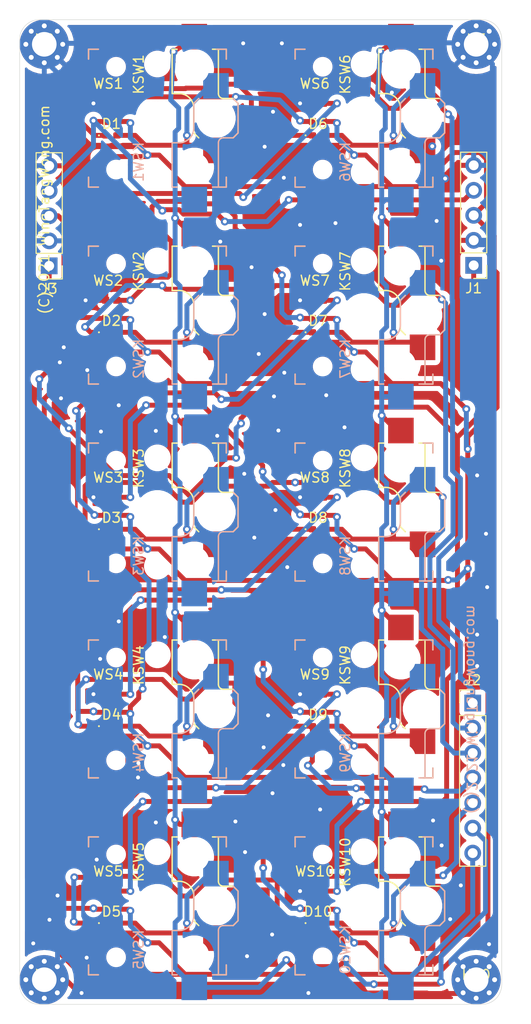
<source format=kicad_pcb>
(kicad_pcb (version 20171130) (host pcbnew "(5.1.9-0-10_14)")
  (layers (0 F.Cu signal) (31 B.Cu signal) (34 B.Paste user) (35 F.Paste user) (36 B.SilkS user) (37 F.SilkS user) (38 B.Mask user) (39 F.Mask user) (44 Edge.Cuts user))
  (net 0 "")
  (net 1 "Net-(D1-Pad2)")
  (net 2 "Net-(D2-Pad2)")
  (net 3 "Net-(D3-Pad2)")
  (net 4 "Net-(D4-Pad2)")
  (net 5 "Net-(D5-Pad2)")
  (net 6 "Net-(D6-Pad2)")
  (net 7 "Net-(D7-Pad2)")
  (net 8 "Net-(D8-Pad2)")
  (net 9 "Net-(D9-Pad2)")
  (net 10 "Net-(D10-Pad2)")
  (net 11 GND)
  (net 12 VCC)
  (net 13 LED-IN)
  (net 14 /Sheet6151AA21/sheet6151D2DE/DI)
  (net 15 /Sheet6151AA21/sheet6151C193/DI)
  (net 16 /Sheet6151AA21/sheet6151D2DF/DI)
  (net 17 /Sheet6151AA21/sheet6151C28A/DI)
  (net 18 /Sheet6151AA21/sheet6151D2E0/DI)
  (net 19 /Sheet6151AA21/sheet6151C3C0/DI)
  (net 20 /Sheet6151AA21/sheet6151D2E1/DI)
  (net 21 /Sheet6151AA21/sheet6151C4B7/DI)
  (net 22 /Sheet6151AA21/sheet6151D2E2/DI)
  (net 23 LED-OUT)
  (net 24 /Sheet6151AA21/ROW1)
  (net 25 /Sheet6151AA21/ROW2)
  (net 26 /Sheet6151AA21/ROW3)
  (net 27 /Sheet6151AA21/ROW4)
  (net 28 /Sheet6151AA21/ROW5)
  (net 29 /Sheet6151AA21/COL1)
  (net 30 /Sheet6151AA21/COL2)
  (module keyswitches:Kailh_socket_PG1350_reversible (layer F.Cu) (at -15 -40 90)
    (fp_text reference KSW6 (at 4.445 -1.905 90) (layer F.SilkS))
    (fp_text value Kailh-Switch)
    (fp_text user %R (at -4.445 -1.905 90) (layer B.SilkS) (effects (justify mirror)))
    (pad "" np_thru_hole circle (at -5.5 0 90) (size 1.7018 1.7018) (drill 1.7018) (layers *.Cu *.Mask))
    (pad "" np_thru_hole circle (at 5.5 0 90) (size 1.7018 1.7018) (drill 1.7018) (layers *.Cu *.Mask))
    (pad 1 smd rect (at -3.275 5.95 90) (size 2.6 2.6) (layers F.Cu F.Paste F.Mask) (net 6 "Net-(D6-Pad2)"))
    (pad "" np_thru_hole circle (at 5 3.75 90) (size 3 3) (drill 3) (layers *.Cu *.Mask))
    (pad "" np_thru_hole circle (at 0 0 90) (size 3.429 3.429) (drill 3.429) (layers *.Cu *.Mask))
    (pad "" np_thru_hole circle (at 0 5.95 90) (size 3 3) (drill 3) (layers *.Cu *.Mask))
    (pad 2 smd rect (at 8.275 3.75 90) (size 2.6 2.6) (layers F.Cu F.Paste F.Mask) (net 30 /Sheet6151AA21/COL2))
    (pad "" np_thru_hole circle (at -5 3.75 90) (size 3 3) (drill 3) (layers *.Cu *.Mask))
    (pad 1 smd rect (at 3.275 5.95 90) (size 2.6 2.6) (layers B.Cu B.Paste B.Mask) (net 6 "Net-(D6-Pad2)"))
    (pad 2 smd rect (at -8.275 3.75 90) (size 2.6 2.6) (layers B.Cu B.Paste B.Mask) (net 30 /Sheet6151AA21/COL2))
    (pad "" np_thru_hole circle (at -5.22 -4.2 90) (size 0.9906 0.9906) (drill 0.9906) (layers *.Cu *.Mask))
    (pad "" np_thru_hole circle (at 5.22 -4.2 90) (size 0.9906 0.9906) (drill 0.9906) (layers *.Cu *.Mask))
  )
  (module keyswitches:Kailh_socket_PG1350_reversible (layer F.Cu) (at -15 40 90)
    (fp_text reference KSW10 (at 4.445 -1.905 90) (layer F.SilkS))
    (fp_text value Kailh-Switch)
    (fp_text user %R (at -4.445 -1.905 90) (layer B.SilkS) (effects (justify mirror)))
    (pad "" np_thru_hole circle (at -5.5 0 90) (size 1.7018 1.7018) (drill 1.7018) (layers *.Cu *.Mask))
    (pad "" np_thru_hole circle (at 5.5 0 90) (size 1.7018 1.7018) (drill 1.7018) (layers *.Cu *.Mask))
    (pad 1 smd rect (at -3.275 5.95 90) (size 2.6 2.6) (layers F.Cu F.Paste F.Mask) (net 10 "Net-(D10-Pad2)"))
    (pad "" np_thru_hole circle (at 5 3.75 90) (size 3 3) (drill 3) (layers *.Cu *.Mask))
    (pad "" np_thru_hole circle (at 0 0 90) (size 3.429 3.429) (drill 3.429) (layers *.Cu *.Mask))
    (pad "" np_thru_hole circle (at 0 5.95 90) (size 3 3) (drill 3) (layers *.Cu *.Mask))
    (pad 2 smd rect (at 8.275 3.75 90) (size 2.6 2.6) (layers F.Cu F.Paste F.Mask) (net 30 /Sheet6151AA21/COL2))
    (pad "" np_thru_hole circle (at -5 3.75 90) (size 3 3) (drill 3) (layers *.Cu *.Mask))
    (pad 1 smd rect (at 3.275 5.95 90) (size 2.6 2.6) (layers B.Cu B.Paste B.Mask) (net 10 "Net-(D10-Pad2)"))
    (pad 2 smd rect (at -8.275 3.75 90) (size 2.6 2.6) (layers B.Cu B.Paste B.Mask) (net 30 /Sheet6151AA21/COL2))
    (pad "" np_thru_hole circle (at -5.22 -4.2 90) (size 0.9906 0.9906) (drill 0.9906) (layers *.Cu *.Mask))
    (pad "" np_thru_hole circle (at 5.22 -4.2 90) (size 0.9906 0.9906) (drill 0.9906) (layers *.Cu *.Mask))
  )
  (module keyswitches:Kailh_socket_PG1350_reversible (layer F.Cu) (at -15 20 90)
    (fp_text reference KSW9 (at 4.445 -1.905 90) (layer F.SilkS))
    (fp_text value Kailh-Switch)
    (fp_text user %R (at -4.445 -1.905 90) (layer B.SilkS) (effects (justify mirror)))
    (pad "" np_thru_hole circle (at -5.5 0 90) (size 1.7018 1.7018) (drill 1.7018) (layers *.Cu *.Mask))
    (pad "" np_thru_hole circle (at 5.5 0 90) (size 1.7018 1.7018) (drill 1.7018) (layers *.Cu *.Mask))
    (pad 1 smd rect (at -3.275 5.95 90) (size 2.6 2.6) (layers F.Cu F.Paste F.Mask) (net 9 "Net-(D9-Pad2)"))
    (pad "" np_thru_hole circle (at 5 3.75 90) (size 3 3) (drill 3) (layers *.Cu *.Mask))
    (pad "" np_thru_hole circle (at 0 0 90) (size 3.429 3.429) (drill 3.429) (layers *.Cu *.Mask))
    (pad "" np_thru_hole circle (at 0 5.95 90) (size 3 3) (drill 3) (layers *.Cu *.Mask))
    (pad 2 smd rect (at 8.275 3.75 90) (size 2.6 2.6) (layers F.Cu F.Paste F.Mask) (net 30 /Sheet6151AA21/COL2))
    (pad "" np_thru_hole circle (at -5 3.75 90) (size 3 3) (drill 3) (layers *.Cu *.Mask))
    (pad 1 smd rect (at 3.275 5.95 90) (size 2.6 2.6) (layers B.Cu B.Paste B.Mask) (net 9 "Net-(D9-Pad2)"))
    (pad 2 smd rect (at -8.275 3.75 90) (size 2.6 2.6) (layers B.Cu B.Paste B.Mask) (net 30 /Sheet6151AA21/COL2))
    (pad "" np_thru_hole circle (at -5.22 -4.2 90) (size 0.9906 0.9906) (drill 0.9906) (layers *.Cu *.Mask))
    (pad "" np_thru_hole circle (at 5.22 -4.2 90) (size 0.9906 0.9906) (drill 0.9906) (layers *.Cu *.Mask))
  )
  (module keyswitches:Kailh_socket_PG1350_reversible (layer F.Cu) (at -15 0 90)
    (fp_text reference KSW8 (at 4.445 -1.905 90) (layer F.SilkS))
    (fp_text value Kailh-Switch)
    (fp_text user %R (at -4.445 -1.905 90) (layer B.SilkS) (effects (justify mirror)))
    (pad "" np_thru_hole circle (at -5.5 0 90) (size 1.7018 1.7018) (drill 1.7018) (layers *.Cu *.Mask))
    (pad "" np_thru_hole circle (at 5.5 0 90) (size 1.7018 1.7018) (drill 1.7018) (layers *.Cu *.Mask))
    (pad 1 smd rect (at -3.275 5.95 90) (size 2.6 2.6) (layers F.Cu F.Paste F.Mask) (net 8 "Net-(D8-Pad2)"))
    (pad "" np_thru_hole circle (at 5 3.75 90) (size 3 3) (drill 3) (layers *.Cu *.Mask))
    (pad "" np_thru_hole circle (at 0 0 90) (size 3.429 3.429) (drill 3.429) (layers *.Cu *.Mask))
    (pad "" np_thru_hole circle (at 0 5.95 90) (size 3 3) (drill 3) (layers *.Cu *.Mask))
    (pad 2 smd rect (at 8.275 3.75 90) (size 2.6 2.6) (layers F.Cu F.Paste F.Mask) (net 30 /Sheet6151AA21/COL2))
    (pad "" np_thru_hole circle (at -5 3.75 90) (size 3 3) (drill 3) (layers *.Cu *.Mask))
    (pad 1 smd rect (at 3.275 5.95 90) (size 2.6 2.6) (layers B.Cu B.Paste B.Mask) (net 8 "Net-(D8-Pad2)"))
    (pad 2 smd rect (at -8.275 3.75 90) (size 2.6 2.6) (layers B.Cu B.Paste B.Mask) (net 30 /Sheet6151AA21/COL2))
    (pad "" np_thru_hole circle (at -5.22 -4.2 90) (size 0.9906 0.9906) (drill 0.9906) (layers *.Cu *.Mask))
    (pad "" np_thru_hole circle (at 5.22 -4.2 90) (size 0.9906 0.9906) (drill 0.9906) (layers *.Cu *.Mask))
  )
  (module keyswitches:Kailh_socket_PG1350_reversible (layer F.Cu) (at -15 -20 90)
    (fp_text reference KSW7 (at 4.445 -1.905 90) (layer F.SilkS))
    (fp_text value Kailh-Switch)
    (fp_text user %R (at -4.445 -1.905 90) (layer B.SilkS) (effects (justify mirror)))
    (pad "" np_thru_hole circle (at -5.5 0 90) (size 1.7018 1.7018) (drill 1.7018) (layers *.Cu *.Mask))
    (pad "" np_thru_hole circle (at 5.5 0 90) (size 1.7018 1.7018) (drill 1.7018) (layers *.Cu *.Mask))
    (pad 1 smd rect (at -3.275 5.95 90) (size 2.6 2.6) (layers F.Cu F.Paste F.Mask) (net 7 "Net-(D7-Pad2)"))
    (pad "" np_thru_hole circle (at 5 3.75 90) (size 3 3) (drill 3) (layers *.Cu *.Mask))
    (pad "" np_thru_hole circle (at 0 0 90) (size 3.429 3.429) (drill 3.429) (layers *.Cu *.Mask))
    (pad "" np_thru_hole circle (at 0 5.95 90) (size 3 3) (drill 3) (layers *.Cu *.Mask))
    (pad 2 smd rect (at 8.275 3.75 90) (size 2.6 2.6) (layers F.Cu F.Paste F.Mask) (net 30 /Sheet6151AA21/COL2))
    (pad "" np_thru_hole circle (at -5 3.75 90) (size 3 3) (drill 3) (layers *.Cu *.Mask))
    (pad 1 smd rect (at 3.275 5.95 90) (size 2.6 2.6) (layers B.Cu B.Paste B.Mask) (net 7 "Net-(D7-Pad2)"))
    (pad 2 smd rect (at -8.275 3.75 90) (size 2.6 2.6) (layers B.Cu B.Paste B.Mask) (net 30 /Sheet6151AA21/COL2))
    (pad "" np_thru_hole circle (at -5.22 -4.2 90) (size 0.9906 0.9906) (drill 0.9906) (layers *.Cu *.Mask))
    (pad "" np_thru_hole circle (at 5.22 -4.2 90) (size 0.9906 0.9906) (drill 0.9906) (layers *.Cu *.Mask))
  )
  (module keyswitches:Kailh_socket_PG1350_reversible (layer F.Cu) (at -36 40 90)
    (fp_text reference KSW5 (at 4.445 -1.905 90) (layer F.SilkS))
    (fp_text value Kailh-Switch)
    (fp_text user %R (at -4.445 -1.905 90) (layer B.SilkS) (effects (justify mirror)))
    (pad "" np_thru_hole circle (at -5.5 0 90) (size 1.7018 1.7018) (drill 1.7018) (layers *.Cu *.Mask))
    (pad "" np_thru_hole circle (at 5.5 0 90) (size 1.7018 1.7018) (drill 1.7018) (layers *.Cu *.Mask))
    (pad 1 smd rect (at -3.275 5.95 90) (size 2.6 2.6) (layers F.Cu F.Paste F.Mask) (net 5 "Net-(D5-Pad2)"))
    (pad "" np_thru_hole circle (at 5 3.75 90) (size 3 3) (drill 3) (layers *.Cu *.Mask))
    (pad "" np_thru_hole circle (at 0 0 90) (size 3.429 3.429) (drill 3.429) (layers *.Cu *.Mask))
    (pad "" np_thru_hole circle (at 0 5.95 90) (size 3 3) (drill 3) (layers *.Cu *.Mask))
    (pad 2 smd rect (at 8.275 3.75 90) (size 2.6 2.6) (layers F.Cu F.Paste F.Mask) (net 29 /Sheet6151AA21/COL1))
    (pad "" np_thru_hole circle (at -5 3.75 90) (size 3 3) (drill 3) (layers *.Cu *.Mask))
    (pad 1 smd rect (at 3.275 5.95 90) (size 2.6 2.6) (layers B.Cu B.Paste B.Mask) (net 5 "Net-(D5-Pad2)"))
    (pad 2 smd rect (at -8.275 3.75 90) (size 2.6 2.6) (layers B.Cu B.Paste B.Mask) (net 29 /Sheet6151AA21/COL1))
    (pad "" np_thru_hole circle (at -5.22 -4.2 90) (size 0.9906 0.9906) (drill 0.9906) (layers *.Cu *.Mask))
    (pad "" np_thru_hole circle (at 5.22 -4.2 90) (size 0.9906 0.9906) (drill 0.9906) (layers *.Cu *.Mask))
  )
  (module keyswitches:Kailh_socket_PG1350_reversible (layer F.Cu) (at -36 20 90)
    (fp_text reference KSW4 (at 4.445 -1.905 90) (layer F.SilkS))
    (fp_text value Kailh-Switch)
    (fp_text user %R (at -4.445 -1.905 90) (layer B.SilkS) (effects (justify mirror)))
    (pad "" np_thru_hole circle (at -5.5 0 90) (size 1.7018 1.7018) (drill 1.7018) (layers *.Cu *.Mask))
    (pad "" np_thru_hole circle (at 5.5 0 90) (size 1.7018 1.7018) (drill 1.7018) (layers *.Cu *.Mask))
    (pad 1 smd rect (at -3.275 5.95 90) (size 2.6 2.6) (layers F.Cu F.Paste F.Mask) (net 4 "Net-(D4-Pad2)"))
    (pad "" np_thru_hole circle (at 5 3.75 90) (size 3 3) (drill 3) (layers *.Cu *.Mask))
    (pad "" np_thru_hole circle (at 0 0 90) (size 3.429 3.429) (drill 3.429) (layers *.Cu *.Mask))
    (pad "" np_thru_hole circle (at 0 5.95 90) (size 3 3) (drill 3) (layers *.Cu *.Mask))
    (pad 2 smd rect (at 8.275 3.75 90) (size 2.6 2.6) (layers F.Cu F.Paste F.Mask) (net 29 /Sheet6151AA21/COL1))
    (pad "" np_thru_hole circle (at -5 3.75 90) (size 3 3) (drill 3) (layers *.Cu *.Mask))
    (pad 1 smd rect (at 3.275 5.95 90) (size 2.6 2.6) (layers B.Cu B.Paste B.Mask) (net 4 "Net-(D4-Pad2)"))
    (pad 2 smd rect (at -8.275 3.75 90) (size 2.6 2.6) (layers B.Cu B.Paste B.Mask) (net 29 /Sheet6151AA21/COL1))
    (pad "" np_thru_hole circle (at -5.22 -4.2 90) (size 0.9906 0.9906) (drill 0.9906) (layers *.Cu *.Mask))
    (pad "" np_thru_hole circle (at 5.22 -4.2 90) (size 0.9906 0.9906) (drill 0.9906) (layers *.Cu *.Mask))
  )
  (module keyswitches:Kailh_socket_PG1350_reversible (layer F.Cu) (at -36 0 90)
    (fp_text reference KSW3 (at 4.445 -1.905 90) (layer F.SilkS))
    (fp_text value Kailh-Switch)
    (fp_text user %R (at -4.445 -1.905 90) (layer B.SilkS) (effects (justify mirror)))
    (pad "" np_thru_hole circle (at -5.5 0 90) (size 1.7018 1.7018) (drill 1.7018) (layers *.Cu *.Mask))
    (pad "" np_thru_hole circle (at 5.5 0 90) (size 1.7018 1.7018) (drill 1.7018) (layers *.Cu *.Mask))
    (pad 1 smd rect (at -3.275 5.95 90) (size 2.6 2.6) (layers F.Cu F.Paste F.Mask) (net 3 "Net-(D3-Pad2)"))
    (pad "" np_thru_hole circle (at 5 3.75 90) (size 3 3) (drill 3) (layers *.Cu *.Mask))
    (pad "" np_thru_hole circle (at 0 0 90) (size 3.429 3.429) (drill 3.429) (layers *.Cu *.Mask))
    (pad "" np_thru_hole circle (at 0 5.95 90) (size 3 3) (drill 3) (layers *.Cu *.Mask))
    (pad 2 smd rect (at 8.275 3.75 90) (size 2.6 2.6) (layers F.Cu F.Paste F.Mask) (net 29 /Sheet6151AA21/COL1))
    (pad "" np_thru_hole circle (at -5 3.75 90) (size 3 3) (drill 3) (layers *.Cu *.Mask))
    (pad 1 smd rect (at 3.275 5.95 90) (size 2.6 2.6) (layers B.Cu B.Paste B.Mask) (net 3 "Net-(D3-Pad2)"))
    (pad 2 smd rect (at -8.275 3.75 90) (size 2.6 2.6) (layers B.Cu B.Paste B.Mask) (net 29 /Sheet6151AA21/COL1))
    (pad "" np_thru_hole circle (at -5.22 -4.2 90) (size 0.9906 0.9906) (drill 0.9906) (layers *.Cu *.Mask))
    (pad "" np_thru_hole circle (at 5.22 -4.2 90) (size 0.9906 0.9906) (drill 0.9906) (layers *.Cu *.Mask))
  )
  (module keyswitches:Kailh_socket_PG1350_reversible (layer F.Cu) (at -36 -20 90)
    (fp_text reference KSW2 (at 4.445 -1.905 90) (layer F.SilkS))
    (fp_text value Kailh-Switch)
    (fp_text user %R (at -4.445 -1.905 90) (layer B.SilkS) (effects (justify mirror)))
    (pad "" np_thru_hole circle (at -5.5 0 90) (size 1.7018 1.7018) (drill 1.7018) (layers *.Cu *.Mask))
    (pad "" np_thru_hole circle (at 5.5 0 90) (size 1.7018 1.7018) (drill 1.7018) (layers *.Cu *.Mask))
    (pad 1 smd rect (at -3.275 5.95 90) (size 2.6 2.6) (layers F.Cu F.Paste F.Mask) (net 2 "Net-(D2-Pad2)"))
    (pad "" np_thru_hole circle (at 5 3.75 90) (size 3 3) (drill 3) (layers *.Cu *.Mask))
    (pad "" np_thru_hole circle (at 0 0 90) (size 3.429 3.429) (drill 3.429) (layers *.Cu *.Mask))
    (pad "" np_thru_hole circle (at 0 5.95 90) (size 3 3) (drill 3) (layers *.Cu *.Mask))
    (pad 2 smd rect (at 8.275 3.75 90) (size 2.6 2.6) (layers F.Cu F.Paste F.Mask) (net 29 /Sheet6151AA21/COL1))
    (pad "" np_thru_hole circle (at -5 3.75 90) (size 3 3) (drill 3) (layers *.Cu *.Mask))
    (pad 1 smd rect (at 3.275 5.95 90) (size 2.6 2.6) (layers B.Cu B.Paste B.Mask) (net 2 "Net-(D2-Pad2)"))
    (pad 2 smd rect (at -8.275 3.75 90) (size 2.6 2.6) (layers B.Cu B.Paste B.Mask) (net 29 /Sheet6151AA21/COL1))
    (pad "" np_thru_hole circle (at -5.22 -4.2 90) (size 0.9906 0.9906) (drill 0.9906) (layers *.Cu *.Mask))
    (pad "" np_thru_hole circle (at 5.22 -4.2 90) (size 0.9906 0.9906) (drill 0.9906) (layers *.Cu *.Mask))
  )
  (module keyswitches:Kailh_socket_PG1350_reversible (layer F.Cu) (at -36 -40 90)
    (fp_text reference KSW1 (at 4.445 -1.905 90) (layer F.SilkS))
    (fp_text value Kailh-Switch)
    (fp_text user %R (at -4.445 -1.905 90) (layer B.SilkS) (effects (justify mirror)))
    (pad "" np_thru_hole circle (at -5.5 0 90) (size 1.7018 1.7018) (drill 1.7018) (layers *.Cu *.Mask))
    (pad "" np_thru_hole circle (at 5.5 0 90) (size 1.7018 1.7018) (drill 1.7018) (layers *.Cu *.Mask))
    (pad 1 smd rect (at -3.275 5.95 90) (size 2.6 2.6) (layers F.Cu F.Paste F.Mask) (net 1 "Net-(D1-Pad2)"))
    (pad "" np_thru_hole circle (at 5 3.75 90) (size 3 3) (drill 3) (layers *.Cu *.Mask))
    (pad "" np_thru_hole circle (at 0 0 90) (size 3.429 3.429) (drill 3.429) (layers *.Cu *.Mask))
    (pad "" np_thru_hole circle (at 0 5.95 90) (size 3 3) (drill 3) (layers *.Cu *.Mask))
    (pad 2 smd rect (at 8.275 3.75 90) (size 2.6 2.6) (layers F.Cu F.Paste F.Mask) (net 29 /Sheet6151AA21/COL1))
    (pad "" np_thru_hole circle (at -5 3.75 90) (size 3 3) (drill 3) (layers *.Cu *.Mask))
    (pad 1 smd rect (at 3.275 5.95 90) (size 2.6 2.6) (layers B.Cu B.Paste B.Mask) (net 1 "Net-(D1-Pad2)"))
    (pad 2 smd rect (at -8.275 3.75 90) (size 2.6 2.6) (layers B.Cu B.Paste B.Mask) (net 29 /Sheet6151AA21/COL1))
    (pad "" np_thru_hole circle (at -5.22 -4.2 90) (size 0.9906 0.9906) (drill 0.9906) (layers *.Cu *.Mask))
    (pad "" np_thru_hole circle (at 5.22 -4.2 90) (size 0.9906 0.9906) (drill 0.9906) (layers *.Cu *.Mask))
  )
  (module Diode_SMD:D_0402_1005Metric_Pad0.77x0.64mm_HandSolder (layer F.Cu) (at -19.6775 -38.25)
    (fp_text reference D6 (at 0 -1.17) (layer F.SilkS))
    (fp_text value D)
    (pad 2 smd roundrect (at 0.5725 0) (size 0.765 0.64) (layers F.Cu F.Paste F.Mask) (net 6 "Net-(D6-Pad2)"))
    (pad 1 smd roundrect (at -0.5725 0) (size 0.765 0.64) (layers F.Cu F.Paste F.Mask) (net 24 /Sheet6151AA21/ROW1))
  )
  (module Diode_SMD:D_0402_1005Metric_Pad0.77x0.64mm_HandSolder (layer F.Cu) (at -19.6775 21.75)
    (fp_text reference D9 (at 0 -1.17) (layer F.SilkS))
    (fp_text value D)
    (pad 2 smd roundrect (at 0.5725 0) (size 0.765 0.64) (layers F.Cu F.Paste F.Mask) (net 9 "Net-(D9-Pad2)"))
    (pad 1 smd roundrect (at -0.5725 0) (size 0.765 0.64) (layers F.Cu F.Paste F.Mask) (net 27 /Sheet6151AA21/ROW4))
  )
  (module Diode_SMD:D_0402_1005Metric_Pad0.77x0.64mm_HandSolder (layer F.Cu) (at -19.6775 1.75)
    (fp_text reference D8 (at 0 -1.17) (layer F.SilkS))
    (fp_text value D)
    (pad 2 smd roundrect (at 0.5725 0) (size 0.765 0.64) (layers F.Cu F.Paste F.Mask) (net 8 "Net-(D8-Pad2)"))
    (pad 1 smd roundrect (at -0.5725 0) (size 0.765 0.64) (layers F.Cu F.Paste F.Mask) (net 26 /Sheet6151AA21/ROW3))
  )
  (module Diode_SMD:D_0402_1005Metric_Pad0.77x0.64mm_HandSolder (layer F.Cu) (at -19.6775 -18.25)
    (fp_text reference D7 (at 0 -1.17) (layer F.SilkS))
    (fp_text value D)
    (pad 2 smd roundrect (at 0.5725 0) (size 0.765 0.64) (layers F.Cu F.Paste F.Mask) (net 7 "Net-(D7-Pad2)"))
    (pad 1 smd roundrect (at -0.5725 0) (size 0.765 0.64) (layers F.Cu F.Paste F.Mask) (net 25 /Sheet6151AA21/ROW2))
  )
  (module Diode_SMD:D_0402_1005Metric_Pad0.77x0.64mm_HandSolder (layer F.Cu) (at -40.6775 41.75)
    (fp_text reference D5 (at 0 -1.17) (layer F.SilkS))
    (fp_text value D)
    (pad 2 smd roundrect (at 0.5725 0) (size 0.765 0.64) (layers F.Cu F.Paste F.Mask) (net 5 "Net-(D5-Pad2)"))
    (pad 1 smd roundrect (at -0.5725 0) (size 0.765 0.64) (layers F.Cu F.Paste F.Mask) (net 28 /Sheet6151AA21/ROW5))
  )
  (module Diode_SMD:D_0402_1005Metric_Pad0.77x0.64mm_HandSolder (layer F.Cu) (at -40.6775 21.75)
    (fp_text reference D4 (at 0 -1.17) (layer F.SilkS))
    (fp_text value D)
    (pad 2 smd roundrect (at 0.5725 0) (size 0.765 0.64) (layers F.Cu F.Paste F.Mask) (net 4 "Net-(D4-Pad2)"))
    (pad 1 smd roundrect (at -0.5725 0) (size 0.765 0.64) (layers F.Cu F.Paste F.Mask) (net 27 /Sheet6151AA21/ROW4))
  )
  (module Diode_SMD:D_0402_1005Metric_Pad0.77x0.64mm_HandSolder (layer F.Cu) (at -40.6775 1.75)
    (fp_text reference D3 (at 0 -1.17) (layer F.SilkS))
    (fp_text value D)
    (pad 2 smd roundrect (at 0.5725 0) (size 0.765 0.64) (layers F.Cu F.Paste F.Mask) (net 3 "Net-(D3-Pad2)"))
    (pad 1 smd roundrect (at -0.5725 0) (size 0.765 0.64) (layers F.Cu F.Paste F.Mask) (net 26 /Sheet6151AA21/ROW3))
  )
  (module Diode_SMD:D_0402_1005Metric_Pad0.77x0.64mm_HandSolder (layer F.Cu) (at -40.6775 -18.25)
    (fp_text reference D2 (at 0 -1.17) (layer F.SilkS))
    (fp_text value D)
    (pad 2 smd roundrect (at 0.5725 0) (size 0.765 0.64) (layers F.Cu F.Paste F.Mask) (net 2 "Net-(D2-Pad2)"))
    (pad 1 smd roundrect (at -0.5725 0) (size 0.765 0.64) (layers F.Cu F.Paste F.Mask) (net 25 /Sheet6151AA21/ROW2))
  )
  (module Diode_SMD:D_0402_1005Metric_Pad0.77x0.64mm_HandSolder (layer F.Cu) (at -40.6775 -38.25)
    (fp_text reference D1 (at 0 -1.17) (layer F.SilkS))
    (fp_text value D)
    (pad 2 smd roundrect (at 0.5725 0) (size 0.765 0.64) (layers F.Cu F.Paste F.Mask) (net 1 "Net-(D1-Pad2)"))
    (pad 1 smd roundrect (at -0.5725 0) (size 0.765 0.64) (layers F.Cu F.Paste F.Mask) (net 24 /Sheet6151AA21/ROW1))
  )
  (module Diode_SMD:D_0402_1005Metric_Pad0.77x0.64mm_HandSolder (layer F.Cu) (at -19.6775 41.75)
    (fp_text reference D10 (at 0 -1.17) (layer F.SilkS))
    (fp_text value D)
    (pad 2 smd roundrect (at 0.5725 0) (size 0.765 0.64) (layers F.Cu F.Paste F.Mask) (net 10 "Net-(D10-Pad2)"))
    (pad 1 smd roundrect (at -0.5725 0) (size 0.765 0.64) (layers F.Cu F.Paste F.Mask) (net 28 /Sheet6151AA21/ROW5))
  )
  (module WingCustomParts:ws2812b-2020-2.0mmx2.0mm (layer F.Cu) (at -19.69 39.42 90)
    (fp_text reference WS10 (at 2.92 -0.31 180) (layer F.SilkS))
    (fp_text value WS2812B-2020-JLCPCB)
    (pad 4 smd rect (at -0.92 0.56 270) (size 0.7 0.7) (layers F.Cu F.Paste F.Mask) (net 12 VCC))
    (pad 3 smd rect (at -0.92 -0.56 270) (size 0.7 0.7) (layers F.Cu F.Paste F.Mask) (net 22 /Sheet6151AA21/sheet6151D2E2/DI))
    (pad 2 smd rect (at 0.92 -0.56 270) (size 0.7 0.7) (layers F.Cu F.Paste F.Mask) (net 11 GND))
    (pad 1 smd rect (at 0.92 0.56 270) (size 0.7 0.7) (layers F.Cu F.Paste F.Mask) (net 23 LED-OUT))
  )
  (module WingCustomParts:ws2812b-2020-2.0mmx2.0mm (layer F.Cu) (at -19.69 19.42 90)
    (fp_text reference WS9 (at 2.92 -0.31 180) (layer F.SilkS))
    (fp_text value WS2812B-2020-JLCPCB)
    (pad 4 smd rect (at -0.92 0.56 270) (size 0.7 0.7) (layers F.Cu F.Paste F.Mask) (net 12 VCC))
    (pad 3 smd rect (at -0.92 -0.56 270) (size 0.7 0.7) (layers F.Cu F.Paste F.Mask) (net 20 /Sheet6151AA21/sheet6151D2E1/DI))
    (pad 2 smd rect (at 0.92 -0.56 270) (size 0.7 0.7) (layers F.Cu F.Paste F.Mask) (net 11 GND))
    (pad 1 smd rect (at 0.92 0.56 270) (size 0.7 0.7) (layers F.Cu F.Paste F.Mask) (net 21 /Sheet6151AA21/sheet6151C4B7/DI))
  )
  (module WingCustomParts:ws2812b-2020-2.0mmx2.0mm (layer F.Cu) (at -19.69 -0.58 90)
    (fp_text reference WS8 (at 2.92 -0.31 180) (layer F.SilkS))
    (fp_text value WS2812B-2020-JLCPCB)
    (pad 4 smd rect (at -0.92 0.56 270) (size 0.7 0.7) (layers F.Cu F.Paste F.Mask) (net 12 VCC))
    (pad 3 smd rect (at -0.92 -0.56 270) (size 0.7 0.7) (layers F.Cu F.Paste F.Mask) (net 18 /Sheet6151AA21/sheet6151D2E0/DI))
    (pad 2 smd rect (at 0.92 -0.56 270) (size 0.7 0.7) (layers F.Cu F.Paste F.Mask) (net 11 GND))
    (pad 1 smd rect (at 0.92 0.56 270) (size 0.7 0.7) (layers F.Cu F.Paste F.Mask) (net 19 /Sheet6151AA21/sheet6151C3C0/DI))
  )
  (module WingCustomParts:ws2812b-2020-2.0mmx2.0mm (layer F.Cu) (at -19.69 -20.58 90)
    (fp_text reference WS7 (at 2.92 -0.31 180) (layer F.SilkS))
    (fp_text value WS2812B-2020-JLCPCB)
    (pad 4 smd rect (at -0.92 0.56 270) (size 0.7 0.7) (layers F.Cu F.Paste F.Mask) (net 12 VCC))
    (pad 3 smd rect (at -0.92 -0.56 270) (size 0.7 0.7) (layers F.Cu F.Paste F.Mask) (net 16 /Sheet6151AA21/sheet6151D2DF/DI))
    (pad 2 smd rect (at 0.92 -0.56 270) (size 0.7 0.7) (layers F.Cu F.Paste F.Mask) (net 11 GND))
    (pad 1 smd rect (at 0.92 0.56 270) (size 0.7 0.7) (layers F.Cu F.Paste F.Mask) (net 17 /Sheet6151AA21/sheet6151C28A/DI))
  )
  (module WingCustomParts:ws2812b-2020-2.0mmx2.0mm (layer F.Cu) (at -19.69 -40.58 90)
    (fp_text reference WS6 (at 2.92 -0.31 180) (layer F.SilkS))
    (fp_text value WS2812B-2020-JLCPCB)
    (pad 4 smd rect (at -0.92 0.56 270) (size 0.7 0.7) (layers F.Cu F.Paste F.Mask) (net 12 VCC))
    (pad 3 smd rect (at -0.92 -0.56 270) (size 0.7 0.7) (layers F.Cu F.Paste F.Mask) (net 14 /Sheet6151AA21/sheet6151D2DE/DI))
    (pad 2 smd rect (at 0.92 -0.56 270) (size 0.7 0.7) (layers F.Cu F.Paste F.Mask) (net 11 GND))
    (pad 1 smd rect (at 0.92 0.56 270) (size 0.7 0.7) (layers F.Cu F.Paste F.Mask) (net 15 /Sheet6151AA21/sheet6151C193/DI))
  )
  (module WingCustomParts:ws2812b-2020-2.0mmx2.0mm (layer F.Cu) (at -40.69 39.42 90)
    (fp_text reference WS5 (at 2.92 -0.31 180) (layer F.SilkS))
    (fp_text value WS2812B-2020-JLCPCB)
    (pad 4 smd rect (at -0.92 0.56 270) (size 0.7 0.7) (layers F.Cu F.Paste F.Mask) (net 12 VCC))
    (pad 3 smd rect (at -0.92 -0.56 270) (size 0.7 0.7) (layers F.Cu F.Paste F.Mask) (net 21 /Sheet6151AA21/sheet6151C4B7/DI))
    (pad 2 smd rect (at 0.92 -0.56 270) (size 0.7 0.7) (layers F.Cu F.Paste F.Mask) (net 11 GND))
    (pad 1 smd rect (at 0.92 0.56 270) (size 0.7 0.7) (layers F.Cu F.Paste F.Mask) (net 22 /Sheet6151AA21/sheet6151D2E2/DI))
  )
  (module WingCustomParts:ws2812b-2020-2.0mmx2.0mm (layer F.Cu) (at -40.69 19.42 90)
    (fp_text reference WS4 (at 2.92 -0.31 180) (layer F.SilkS))
    (fp_text value WS2812B-2020-JLCPCB)
    (pad 4 smd rect (at -0.92 0.56 270) (size 0.7 0.7) (layers F.Cu F.Paste F.Mask) (net 12 VCC))
    (pad 3 smd rect (at -0.92 -0.56 270) (size 0.7 0.7) (layers F.Cu F.Paste F.Mask) (net 19 /Sheet6151AA21/sheet6151C3C0/DI))
    (pad 2 smd rect (at 0.92 -0.56 270) (size 0.7 0.7) (layers F.Cu F.Paste F.Mask) (net 11 GND))
    (pad 1 smd rect (at 0.92 0.56 270) (size 0.7 0.7) (layers F.Cu F.Paste F.Mask) (net 20 /Sheet6151AA21/sheet6151D2E1/DI))
  )
  (module WingCustomParts:ws2812b-2020-2.0mmx2.0mm (layer F.Cu) (at -40.69 -0.58 90)
    (fp_text reference WS3 (at 2.92 -0.31 180) (layer F.SilkS))
    (fp_text value WS2812B-2020-JLCPCB)
    (pad 4 smd rect (at -0.92 0.56 270) (size 0.7 0.7) (layers F.Cu F.Paste F.Mask) (net 12 VCC))
    (pad 3 smd rect (at -0.92 -0.56 270) (size 0.7 0.7) (layers F.Cu F.Paste F.Mask) (net 17 /Sheet6151AA21/sheet6151C28A/DI))
    (pad 2 smd rect (at 0.92 -0.56 270) (size 0.7 0.7) (layers F.Cu F.Paste F.Mask) (net 11 GND))
    (pad 1 smd rect (at 0.92 0.56 270) (size 0.7 0.7) (layers F.Cu F.Paste F.Mask) (net 18 /Sheet6151AA21/sheet6151D2E0/DI))
  )
  (module WingCustomParts:ws2812b-2020-2.0mmx2.0mm (layer F.Cu) (at -40.69 -20.58 90)
    (fp_text reference WS2 (at 2.92 -0.31 180) (layer F.SilkS))
    (fp_text value WS2812B-2020-JLCPCB)
    (pad 4 smd rect (at -0.92 0.56 270) (size 0.7 0.7) (layers F.Cu F.Paste F.Mask) (net 12 VCC))
    (pad 3 smd rect (at -0.92 -0.56 270) (size 0.7 0.7) (layers F.Cu F.Paste F.Mask) (net 15 /Sheet6151AA21/sheet6151C193/DI))
    (pad 2 smd rect (at 0.92 -0.56 270) (size 0.7 0.7) (layers F.Cu F.Paste F.Mask) (net 11 GND))
    (pad 1 smd rect (at 0.92 0.56 270) (size 0.7 0.7) (layers F.Cu F.Paste F.Mask) (net 16 /Sheet6151AA21/sheet6151D2DF/DI))
  )
  (module WingCustomParts:ws2812b-2020-2.0mmx2.0mm (layer F.Cu) (at -40.69 -40.58 90)
    (fp_text reference WS1 (at 2.92 -0.31 180) (layer F.SilkS))
    (fp_text value WS2812B-2020-JLCPCB)
    (pad 4 smd rect (at -0.92 0.56 270) (size 0.7 0.7) (layers F.Cu F.Paste F.Mask) (net 12 VCC))
    (pad 3 smd rect (at -0.92 -0.56 270) (size 0.7 0.7) (layers F.Cu F.Paste F.Mask) (net 13 LED-IN))
    (pad 2 smd rect (at 0.92 -0.56 270) (size 0.7 0.7) (layers F.Cu F.Paste F.Mask) (net 11 GND))
    (pad 1 smd rect (at 0.92 0.56 270) (size 0.7 0.7) (layers F.Cu F.Paste F.Mask) (net 14 /Sheet6151AA21/sheet6151D2DE/DI))
  )
  (module Connector_PinHeader_2.54mm:PinHeader_1x05_P2.54mm_Vertical (layer F.Cu) (at -47 -25 180)
    (fp_text reference J3 (at 0 -2.33) (layer F.SilkS))
    (fp_text value Conn_01x05)
    (pad 5 thru_hole oval (at 0 10.16 180) (size 1.7 1.7) (drill 1) (layers *.Cu *.Mask) (net 11 GND))
    (pad 4 thru_hole oval (at 0 7.62 180) (size 1.7 1.7) (drill 1) (layers *.Cu *.Mask) (net 13 LED-IN))
    (pad 3 thru_hole oval (at 0 5.08 180) (size 1.7 1.7) (drill 1) (layers *.Cu *.Mask) (net 12 VCC))
    (pad 2 thru_hole oval (at 0 2.54 180) (size 1.7 1.7) (drill 1) (layers *.Cu *.Mask) (net 11 GND))
    (pad 1 thru_hole rect (at 0 0 180) (size 1.7 1.7) (drill 1) (layers *.Cu *.Mask) (net 23 LED-OUT))
  )
  (module Connector_PinHeader_2.54mm:PinHeader_1x05_P2.54mm_Vertical (layer F.Cu) (at -3.85 -25.05 180)
    (fp_text reference J1 (at 0 -2.33) (layer F.SilkS))
    (fp_text value Conn_01x05)
    (pad 5 thru_hole oval (at 0 10.16 180) (size 1.7 1.7) (drill 1) (layers *.Cu *.Mask) (net 11 GND))
    (pad 4 thru_hole oval (at 0 7.62 180) (size 1.7 1.7) (drill 1) (layers *.Cu *.Mask) (net 13 LED-IN))
    (pad 3 thru_hole oval (at 0 5.08 180) (size 1.7 1.7) (drill 1) (layers *.Cu *.Mask) (net 12 VCC))
    (pad 2 thru_hole oval (at 0 2.54 180) (size 1.7 1.7) (drill 1) (layers *.Cu *.Mask) (net 11 GND))
    (pad 1 thru_hole rect (at 0 0 180) (size 1.7 1.7) (drill 1) (layers *.Cu *.Mask) (net 23 LED-OUT))
  )
  (module Connector_PinHeader_2.54mm:PinHeader_1x07_P2.54mm_Vertical (layer F.Cu) (at -3.95 19.4)
    (fp_text reference J2 (at 0 -2.33) (layer F.SilkS))
    (fp_text value Conn_01x07)
    (pad 7 thru_hole oval (at 0 15.24) (size 1.7 1.7) (drill 1) (layers *.Cu *.Mask) (net 30 /Sheet6151AA21/COL2))
    (pad 6 thru_hole oval (at 0 12.7) (size 1.7 1.7) (drill 1) (layers *.Cu *.Mask) (net 29 /Sheet6151AA21/COL1))
    (pad 5 thru_hole oval (at 0 10.16) (size 1.7 1.7) (drill 1) (layers *.Cu *.Mask) (net 28 /Sheet6151AA21/ROW5))
    (pad 4 thru_hole oval (at 0 7.62) (size 1.7 1.7) (drill 1) (layers *.Cu *.Mask) (net 27 /Sheet6151AA21/ROW4))
    (pad 3 thru_hole oval (at 0 5.08) (size 1.7 1.7) (drill 1) (layers *.Cu *.Mask) (net 26 /Sheet6151AA21/ROW3))
    (pad 2 thru_hole oval (at 0 2.54) (size 1.7 1.7) (drill 1) (layers *.Cu *.Mask) (net 25 /Sheet6151AA21/ROW2))
    (pad 1 thru_hole rect (at 0 0) (size 1.7 1.7) (drill 1) (layers *.Cu *.Mask) (net 24 /Sheet6151AA21/ROW1))
  )
  (module MountingHole:MountingHole_2.5mm_Pad_Via (layer F.Cu) (at -3.6 47.5)
    (fp_text reference H10 (at 0 -0.5) (layer F.SilkS))
    (fp_text value MountingHole_Pad)
    (pad 1 thru_hole circle (at 1.325825 -1.325825) (size 0.8 0.8) (drill 0.5) (layers *.Cu *.Mask) (net 11 GND))
    (pad 1 thru_hole circle (at 0 -1.875) (size 0.8 0.8) (drill 0.5) (layers *.Cu *.Mask) (net 11 GND))
    (pad 1 thru_hole circle (at -1.325825 -1.325825) (size 0.8 0.8) (drill 0.5) (layers *.Cu *.Mask) (net 11 GND))
    (pad 1 thru_hole circle (at -1.875 0) (size 0.8 0.8) (drill 0.5) (layers *.Cu *.Mask) (net 11 GND))
    (pad 1 thru_hole circle (at -1.325825 1.325825) (size 0.8 0.8) (drill 0.5) (layers *.Cu *.Mask) (net 11 GND))
    (pad 1 thru_hole circle (at 0 1.875) (size 0.8 0.8) (drill 0.5) (layers *.Cu *.Mask) (net 11 GND))
    (pad 1 thru_hole circle (at 1.325825 1.325825) (size 0.8 0.8) (drill 0.5) (layers *.Cu *.Mask) (net 11 GND))
    (pad 1 thru_hole circle (at 1.875 0) (size 0.8 0.8) (drill 0.5) (layers *.Cu *.Mask) (net 11 GND))
    (pad 1 thru_hole circle (at 0 0) (size 5 5) (drill 2.5) (layers *.Cu *.Mask) (net 11 GND))
  )
  (module MountingHole:MountingHole_2.5mm_Pad_Via (layer F.Cu) (at -3.6 -47.5)
    (fp_text reference H3 (at 0 -0.5) (layer F.SilkS))
    (fp_text value MountingHole_Pad)
    (pad 1 thru_hole circle (at 1.325825 -1.325825) (size 0.8 0.8) (drill 0.5) (layers *.Cu *.Mask) (net 11 GND))
    (pad 1 thru_hole circle (at 0 -1.875) (size 0.8 0.8) (drill 0.5) (layers *.Cu *.Mask) (net 11 GND))
    (pad 1 thru_hole circle (at -1.325825 -1.325825) (size 0.8 0.8) (drill 0.5) (layers *.Cu *.Mask) (net 11 GND))
    (pad 1 thru_hole circle (at -1.875 0) (size 0.8 0.8) (drill 0.5) (layers *.Cu *.Mask) (net 11 GND))
    (pad 1 thru_hole circle (at -1.325825 1.325825) (size 0.8 0.8) (drill 0.5) (layers *.Cu *.Mask) (net 11 GND))
    (pad 1 thru_hole circle (at 0 1.875) (size 0.8 0.8) (drill 0.5) (layers *.Cu *.Mask) (net 11 GND))
    (pad 1 thru_hole circle (at 1.325825 1.325825) (size 0.8 0.8) (drill 0.5) (layers *.Cu *.Mask) (net 11 GND))
    (pad 1 thru_hole circle (at 1.875 0) (size 0.8 0.8) (drill 0.5) (layers *.Cu *.Mask) (net 11 GND))
    (pad 1 thru_hole circle (at 0 0) (size 5 5) (drill 2.5) (layers *.Cu *.Mask) (net 11 GND))
  )
  (module MountingHole:MountingHole_2.5mm_Pad_Via (layer F.Cu) (at -47.5 47.5)
    (fp_text reference H1 (at 0 -0.5) (layer F.SilkS))
    (fp_text value MountingHole_Pad)
    (pad 1 thru_hole circle (at 1.325825 -1.325825) (size 0.8 0.8) (drill 0.5) (layers *.Cu *.Mask) (net 11 GND))
    (pad 1 thru_hole circle (at 0 -1.875) (size 0.8 0.8) (drill 0.5) (layers *.Cu *.Mask) (net 11 GND))
    (pad 1 thru_hole circle (at -1.325825 -1.325825) (size 0.8 0.8) (drill 0.5) (layers *.Cu *.Mask) (net 11 GND))
    (pad 1 thru_hole circle (at -1.875 0) (size 0.8 0.8) (drill 0.5) (layers *.Cu *.Mask) (net 11 GND))
    (pad 1 thru_hole circle (at -1.325825 1.325825) (size 0.8 0.8) (drill 0.5) (layers *.Cu *.Mask) (net 11 GND))
    (pad 1 thru_hole circle (at 0 1.875) (size 0.8 0.8) (drill 0.5) (layers *.Cu *.Mask) (net 11 GND))
    (pad 1 thru_hole circle (at 1.325825 1.325825) (size 0.8 0.8) (drill 0.5) (layers *.Cu *.Mask) (net 11 GND))
    (pad 1 thru_hole circle (at 1.875 0) (size 0.8 0.8) (drill 0.5) (layers *.Cu *.Mask) (net 11 GND))
    (pad 1 thru_hole circle (at 0 0) (size 5 5) (drill 2.5) (layers *.Cu *.Mask) (net 11 GND))
  )
  (module MountingHole:MountingHole_2.5mm_Pad_Via (layer F.Cu) (at -47.5 -47.5)
    (fp_text reference H2 (at 0 -0.5) (layer F.SilkS))
    (fp_text value MountingHole_Pad)
    (pad 1 thru_hole circle (at 1.325825 -1.325825) (size 0.8 0.8) (drill 0.5) (layers *.Cu *.Mask) (net 11 GND))
    (pad 1 thru_hole circle (at 0 -1.875) (size 0.8 0.8) (drill 0.5) (layers *.Cu *.Mask) (net 11 GND))
    (pad 1 thru_hole circle (at -1.325825 -1.325825) (size 0.8 0.8) (drill 0.5) (layers *.Cu *.Mask) (net 11 GND))
    (pad 1 thru_hole circle (at -1.875 0) (size 0.8 0.8) (drill 0.5) (layers *.Cu *.Mask) (net 11 GND))
    (pad 1 thru_hole circle (at -1.325825 1.325825) (size 0.8 0.8) (drill 0.5) (layers *.Cu *.Mask) (net 11 GND))
    (pad 1 thru_hole circle (at 0 1.875) (size 0.8 0.8) (drill 0.5) (layers *.Cu *.Mask) (net 11 GND))
    (pad 1 thru_hole circle (at 1.325825 1.325825) (size 0.8 0.8) (drill 0.5) (layers *.Cu *.Mask) (net 11 GND))
    (pad 1 thru_hole circle (at 1.875 0) (size 0.8 0.8) (drill 0.5) (layers *.Cu *.Mask) (net 11 GND))
    (pad 1 thru_hole circle (at 0 0) (size 5 5) (drill 2.5) (layers *.Cu *.Mask) (net 11 GND))
  )
  (gr_line (start -50 -10) (end -50 10) (layer Edge.Cuts) (width 0.05))
  (gr_line (start -1 -10) (end -1 10) (layer Edge.Cuts) (width 0.05))
  (gr_text "(C)2021 WingTangWong.com" (at -4.05 20.05 270) (layer B.SilkS) (effects (font (size 1 1)) (justify mirror)))
  (gr_text "(C)2021 WingTangWong.com" (at -47.5 -30.7 90) (layer F.SilkS) (effects (font (size 1 1))))
  (gr_line (start -50 10) (end -50 48) (layer Edge.Cuts) (width 0.05))
  (gr_line (start -50 -10) (end -50 -48) (layer Edge.Cuts) (width 0.05))
  (gr_arc (start -48 -48) (end -48 -50) (angle -90) (layer Edge.Cuts) (width 0.05))
  (gr_arc (start -48 48) (end -50 48) (angle -90) (layer Edge.Cuts) (width 0.05))
  (gr_line (start -1 -10) (end -1 -48) (layer Edge.Cuts) (width 0.05))
  (gr_line (start -1 10) (end -1 48) (layer Edge.Cuts) (width 0.05))
  (gr_arc (start -3 48) (end -3 50) (angle -90) (layer Edge.Cuts) (width 0.05))
  (gr_arc (start -3 -48) (end -1 -48) (angle -90) (layer Edge.Cuts) (width 0.05))
  (gr_line (start -48 50) (end -3 50) (layer Edge.Cuts) (width 0.05))
  (gr_line (start -48 -50) (end -3 -50) (layer Edge.Cuts) (width 0.05))
  (segment (start -40.105 -38.25) (end -38.25 -38.25) (width 0.5) (layer F.Cu) (net 1))
  (segment (start -38.25 -38.25) (end -37.25 -37.25) (width 0.5) (layer F.Cu) (net 1))
  (segment (start -30.575 -37.25) (end -30.05 -36.725) (width 0.5) (layer F.Cu) (net 1))
  (segment (start -30.05 -43.275) (end -30.725 -43.275) (width 0.5) (layer B.Cu) (net 1))
  (via (at -33 -38.25) (size 0.8) (drill 0.4) (layers F.Cu B.Cu) (net 1))
  (segment (start -33 -41) (end -33 -38.25) (width 0.5) (layer B.Cu) (net 1))
  (segment (start -30.725 -43.275) (end -33 -41) (width 0.5) (layer B.Cu) (net 1))
  (segment (start -33 -37.5) (end -33.25 -37.25) (width 0.5) (layer F.Cu) (net 1))
  (segment (start -33 -38.25) (end -33 -37.5) (width 0.5) (layer F.Cu) (net 1))
  (segment (start -33.25 -37.25) (end -30.575 -37.25) (width 0.5) (layer F.Cu) (net 1))
  (segment (start -37.25 -37.25) (end -33.25 -37.25) (width 0.5) (layer F.Cu) (net 1))
  (segment (start -40.105 -18.25) (end -38.25 -18.25) (width 0.5) (layer F.Cu) (net 2))
  (segment (start -38.25 -18.25) (end -37.25 -17.25) (width 0.5) (layer F.Cu) (net 2))
  (segment (start -30.575 -17.25) (end -30.05 -16.725) (width 0.5) (layer F.Cu) (net 2))
  (segment (start -30.05 -23.275) (end -30.725 -23.275) (width 0.5) (layer B.Cu) (net 2))
  (via (at -33 -18.25) (size 0.8) (drill 0.4) (layers F.Cu B.Cu) (net 2))
  (segment (start -33 -21) (end -33 -18.25) (width 0.5) (layer B.Cu) (net 2))
  (segment (start -30.725 -23.275) (end -33 -21) (width 0.5) (layer B.Cu) (net 2))
  (segment (start -33 -17.5) (end -33.25 -17.25) (width 0.5) (layer F.Cu) (net 2))
  (segment (start -33 -18.25) (end -33 -17.5) (width 0.5) (layer F.Cu) (net 2))
  (segment (start -33.25 -17.25) (end -30.575 -17.25) (width 0.5) (layer F.Cu) (net 2))
  (segment (start -37.25 -17.25) (end -33.25 -17.25) (width 0.5) (layer F.Cu) (net 2))
  (segment (start -40.105 1.75) (end -38.25 1.75) (width 0.5) (layer F.Cu) (net 3))
  (segment (start -38.25 1.75) (end -37.25 2.75) (width 0.5) (layer F.Cu) (net 3))
  (segment (start -30.575 2.75) (end -30.05 3.275) (width 0.5) (layer F.Cu) (net 3))
  (segment (start -30.05 -3.275) (end -30.725 -3.275) (width 0.5) (layer B.Cu) (net 3))
  (via (at -33 1.75) (size 0.8) (drill 0.4) (layers F.Cu B.Cu) (net 3))
  (segment (start -33 -1) (end -33 1.75) (width 0.5) (layer B.Cu) (net 3))
  (segment (start -30.725 -3.275) (end -33 -1) (width 0.5) (layer B.Cu) (net 3))
  (segment (start -33 2.5) (end -33.25 2.75) (width 0.5) (layer F.Cu) (net 3))
  (segment (start -33 1.75) (end -33 2.5) (width 0.5) (layer F.Cu) (net 3))
  (segment (start -33.25 2.75) (end -30.575 2.75) (width 0.5) (layer F.Cu) (net 3))
  (segment (start -37.25 2.75) (end -33.25 2.75) (width 0.5) (layer F.Cu) (net 3))
  (segment (start -30.575 22.75) (end -30.05 23.275) (width 0.5) (layer F.Cu) (net 4))
  (segment (start -30.05 16.725) (end -30.725 16.725) (width 0.5) (layer B.Cu) (net 4))
  (via (at -33 21.75) (size 0.8) (drill 0.4) (layers F.Cu B.Cu) (net 4))
  (segment (start -33 19) (end -33 21.75) (width 0.5) (layer B.Cu) (net 4))
  (segment (start -30.725 16.725) (end -33 19) (width 0.5) (layer B.Cu) (net 4))
  (segment (start -33 22.5) (end -33.25 22.75) (width 0.5) (layer F.Cu) (net 4))
  (segment (start -33 21.75) (end -33 22.5) (width 0.5) (layer F.Cu) (net 4))
  (segment (start -33.25 22.75) (end -30.575 22.75) (width 0.5) (layer F.Cu) (net 4))
  (segment (start -37.85 21.75) (end -36.85 22.75) (width 0.5) (layer F.Cu) (net 4))
  (segment (start -40.105 21.75) (end -37.85 21.75) (width 0.5) (layer F.Cu) (net 4))
  (segment (start -33.25 22.75) (end -36.85 22.75) (width 0.5) (layer F.Cu) (net 4))
  (segment (start -40.105 41.75) (end -38.25 41.75) (width 0.5) (layer F.Cu) (net 5))
  (segment (start -38.25 41.75) (end -37.25 42.75) (width 0.5) (layer F.Cu) (net 5))
  (segment (start -30.575 42.75) (end -30.05 43.275) (width 0.5) (layer F.Cu) (net 5))
  (segment (start -30.05 36.725) (end -30.725 36.725) (width 0.5) (layer B.Cu) (net 5))
  (via (at -33 41.75) (size 0.8) (drill 0.4) (layers F.Cu B.Cu) (net 5))
  (segment (start -33 39) (end -33 41.75) (width 0.5) (layer B.Cu) (net 5))
  (segment (start -30.725 36.725) (end -33 39) (width 0.5) (layer B.Cu) (net 5))
  (segment (start -33 42.5) (end -33.25 42.75) (width 0.5) (layer F.Cu) (net 5))
  (segment (start -33 41.75) (end -33 42.5) (width 0.5) (layer F.Cu) (net 5))
  (segment (start -33.25 42.75) (end -30.575 42.75) (width 0.5) (layer F.Cu) (net 5))
  (segment (start -37.25 42.75) (end -33.25 42.75) (width 0.5) (layer F.Cu) (net 5))
  (via (at -8.06 -37.15) (size 0.8) (drill 0.4) (layers F.Cu B.Cu) (net 6))
  (segment (start -19.105 -38.25) (end -17.25 -38.25) (width 0.5) (layer F.Cu) (net 6))
  (segment (start -17.25 -38.25) (end -16.25 -37.25) (width 0.5) (layer F.Cu) (net 6))
  (segment (start -9.575 -37.25) (end -9.05 -36.725) (width 0.5) (layer F.Cu) (net 6))
  (segment (start -9.05 -43.275) (end -9.725 -43.275) (width 0.5) (layer B.Cu) (net 6))
  (via (at -12 -38.25) (size 0.8) (drill 0.4) (layers F.Cu B.Cu) (net 6))
  (segment (start -12 -41) (end -12 -38.25) (width 0.5) (layer B.Cu) (net 6))
  (segment (start -9.725 -43.275) (end -12 -41) (width 0.5) (layer B.Cu) (net 6))
  (segment (start -12 -37.5) (end -12.25 -37.25) (width 0.5) (layer F.Cu) (net 6))
  (segment (start -12 -38.25) (end -12 -37.5) (width 0.5) (layer F.Cu) (net 6))
  (segment (start -12.25 -37.25) (end -9.575 -37.25) (width 0.5) (layer F.Cu) (net 6))
  (segment (start -16.25 -37.25) (end -12.25 -37.25) (width 0.5) (layer F.Cu) (net 6))
  (segment (start -19.105 -18.25) (end -17.25 -18.25) (width 0.5) (layer F.Cu) (net 7))
  (segment (start -17.25 -18.25) (end -16.25 -17.25) (width 0.5) (layer F.Cu) (net 7))
  (segment (start -9.575 -17.25) (end -9.05 -16.725) (width 0.5) (layer F.Cu) (net 7))
  (segment (start -9.05 -23.275) (end -9.725 -23.275) (width 0.5) (layer B.Cu) (net 7))
  (via (at -12 -18.25) (size 0.8) (drill 0.4) (layers F.Cu B.Cu) (net 7))
  (segment (start -12 -21) (end -12 -18.25) (width 0.5) (layer B.Cu) (net 7))
  (segment (start -9.725 -23.275) (end -12 -21) (width 0.5) (layer B.Cu) (net 7))
  (segment (start -12 -17.5) (end -12.25 -17.25) (width 0.5) (layer F.Cu) (net 7))
  (segment (start -12 -18.25) (end -12 -17.5) (width 0.5) (layer F.Cu) (net 7))
  (segment (start -12.25 -17.25) (end -9.575 -17.25) (width 0.5) (layer F.Cu) (net 7))
  (segment (start -16.25 -17.25) (end -12.25 -17.25) (width 0.5) (layer F.Cu) (net 7))
  (segment (start -19.105 1.75) (end -17.25 1.75) (width 0.5) (layer F.Cu) (net 8))
  (segment (start -17.25 1.75) (end -16.25 2.75) (width 0.5) (layer F.Cu) (net 8))
  (segment (start -9.575 2.75) (end -9.05 3.275) (width 0.5) (layer F.Cu) (net 8))
  (segment (start -9.05 -3.275) (end -9.725 -3.275) (width 0.5) (layer B.Cu) (net 8))
  (via (at -12 1.75) (size 0.8) (drill 0.4) (layers F.Cu B.Cu) (net 8))
  (segment (start -12 -1) (end -12 1.75) (width 0.5) (layer B.Cu) (net 8))
  (segment (start -9.725 -3.275) (end -12 -1) (width 0.5) (layer B.Cu) (net 8))
  (segment (start -12 2.5) (end -12.25 2.75) (width 0.5) (layer F.Cu) (net 8))
  (segment (start -12 1.75) (end -12 2.5) (width 0.5) (layer F.Cu) (net 8))
  (segment (start -12.25 2.75) (end -9.575 2.75) (width 0.5) (layer F.Cu) (net 8))
  (segment (start -16.25 2.75) (end -12.25 2.75) (width 0.5) (layer F.Cu) (net 8))
  (segment (start -19.105 21.75) (end -17.25 21.75) (width 0.5) (layer F.Cu) (net 9))
  (segment (start -17.25 21.75) (end -16.25 22.75) (width 0.5) (layer F.Cu) (net 9))
  (segment (start -9.575 22.75) (end -9.05 23.275) (width 0.5) (layer F.Cu) (net 9))
  (segment (start -9.05 16.725) (end -9.725 16.725) (width 0.5) (layer B.Cu) (net 9))
  (via (at -12 21.75) (size 0.8) (drill 0.4) (layers F.Cu B.Cu) (net 9))
  (segment (start -12 19) (end -12 21.75) (width 0.5) (layer B.Cu) (net 9))
  (segment (start -9.725 16.725) (end -12 19) (width 0.5) (layer B.Cu) (net 9))
  (segment (start -12 22.5) (end -12.25 22.75) (width 0.5) (layer F.Cu) (net 9))
  (segment (start -12 21.75) (end -12 22.5) (width 0.5) (layer F.Cu) (net 9))
  (segment (start -12.25 22.75) (end -9.575 22.75) (width 0.5) (layer F.Cu) (net 9))
  (segment (start -16.25 22.75) (end -12.25 22.75) (width 0.5) (layer F.Cu) (net 9))
  (segment (start -19.105 41.75) (end -17.25 41.75) (width 0.5) (layer F.Cu) (net 10))
  (segment (start -17.25 41.75) (end -16.25 42.75) (width 0.5) (layer F.Cu) (net 10))
  (segment (start -9.575 42.75) (end -9.05 43.275) (width 0.5) (layer F.Cu) (net 10))
  (segment (start -9.05 36.725) (end -9.725 36.725) (width 0.5) (layer B.Cu) (net 10))
  (via (at -12 41.75) (size 0.8) (drill 0.4) (layers F.Cu B.Cu) (net 10))
  (segment (start -12 39) (end -12 41.75) (width 0.5) (layer B.Cu) (net 10))
  (segment (start -9.725 36.725) (end -12 39) (width 0.5) (layer B.Cu) (net 10))
  (segment (start -12 42.5) (end -12.25 42.75) (width 0.5) (layer F.Cu) (net 10))
  (segment (start -12 41.75) (end -12 42.5) (width 0.5) (layer F.Cu) (net 10))
  (segment (start -12.25 42.75) (end -9.575 42.75) (width 0.5) (layer F.Cu) (net 10))
  (segment (start -16.25 42.75) (end -12.25 42.75) (width 0.5) (layer F.Cu) (net 10))
  (segment (start -41.25 -41.5) (end -42.5 -41.5) (width 0.5) (layer F.Cu) (net 11))
  (via (at -42.5 -41.5) (size 0.8) (drill 0.4) (layers F.Cu B.Cu) (net 11))
  (segment (start -41.25 -1.5) (end -42.5 -1.5) (width 0.5) (layer F.Cu) (net 11))
  (via (at -42.5 -1.5) (size 0.8) (drill 0.4) (layers F.Cu B.Cu) (net 11))
  (segment (start -41.25 18.5) (end -42.5 18.5) (width 0.5) (layer F.Cu) (net 11))
  (via (at -42.5 18.5) (size 0.8) (drill 0.4) (layers F.Cu B.Cu) (net 11))
  (segment (start -41.25 38.5) (end -42.5 38.5) (width 0.5) (layer F.Cu) (net 11))
  (via (at -21.5 -41.5) (size 0.8) (drill 0.4) (layers F.Cu B.Cu) (net 11))
  (segment (start -20.25 -21.5) (end -21.5 -21.5) (width 0.5) (layer F.Cu) (net 11))
  (via (at -21.5 -21.5) (size 0.8) (drill 0.4) (layers F.Cu B.Cu) (net 11))
  (segment (start -20.25 -1.5) (end -21.5 -1.5) (width 0.5) (layer F.Cu) (net 11))
  (via (at -21.5 -1.5) (size 0.8) (drill 0.4) (layers F.Cu B.Cu) (net 11))
  (segment (start -20.25 18.5) (end -21.5 18.5) (width 0.5) (layer F.Cu) (net 11))
  (via (at -21.5 18.5) (size 0.8) (drill 0.4) (layers F.Cu B.Cu) (net 11))
  (segment (start -20.25 38.5) (end -21.5 38.5) (width 0.5) (layer F.Cu) (net 11))
  (via (at -21.5 38.5) (size 0.8) (drill 0.4) (layers F.Cu B.Cu) (net 11))
  (segment (start -47.5 -45.934315) (end -47.5 -47.5) (width 0.5) (layer B.Cu) (net 11))
  (segment (start -43.065685 -41.5) (end -47.5 -45.934315) (width 0.5) (layer B.Cu) (net 11))
  (segment (start -42.5 -41.5) (end -43.065685 -41.5) (width 0.5) (layer B.Cu) (net 11))
  (segment (start -47.5 -47.5) (end -46.4 -47.5) (width 0.5) (layer B.Cu) (net 11))
  (via (at -46.15 38.95) (size 0.8) (drill 0.4) (layers F.Cu B.Cu) (net 11))
  (segment (start -45.7 38.5) (end -46.15 38.95) (width 0.5) (layer F.Cu) (net 11))
  (segment (start -42.5 38.5) (end -45.7 38.5) (width 0.5) (layer F.Cu) (net 11))
  (segment (start -47.5 47.5) (end -47.5 46.35) (width 0.5) (layer B.Cu) (net 11))
  (segment (start -47.5 -45.9) (end -47.5 -47.5) (width 0.5) (layer B.Cu) (net 11))
  (segment (start -42.100001 16.891997) (end -43.441998 15.55) (width 0.5) (layer B.Cu) (net 11))
  (segment (start -42.100001 18.100001) (end -42.100001 16.891997) (width 0.5) (layer B.Cu) (net 11))
  (segment (start -42.5 18.5) (end -42.100001 18.100001) (width 0.5) (layer B.Cu) (net 11))
  (segment (start -20.649999 39.350001) (end -20.649999 48.849999) (width 0.5) (layer B.Cu) (net 11))
  (segment (start -21.5 38.5) (end -20.649999 39.350001) (width 0.5) (layer B.Cu) (net 11))
  (segment (start -47.5 47.5) (end -45.3 47.5) (width 0.5) (layer F.Cu) (net 11))
  (segment (start -45.3 47.5) (end -43.95 48.85) (width 0.5) (layer F.Cu) (net 11))
  (segment (start -43.95 48.85) (end -43.71 48.85) (width 0.5) (layer F.Cu) (net 11))
  (segment (start -8.6 48.85) (end -8.55 48.9) (width 0.5) (layer F.Cu) (net 11))
  (segment (start -5 48.9) (end -3.6 47.5) (width 0.5) (layer F.Cu) (net 11))
  (segment (start -8.55 48.9) (end -5 48.9) (width 0.5) (layer F.Cu) (net 11))
  (segment (start -20.649999 48.849999) (end -20.649999 48.849999) (width 0.5) (layer B.Cu) (net 11))
  (via (at -20.649999 48.849999) (size 0.8) (drill 0.4) (layers F.Cu B.Cu) (net 11))
  (via (at -24.75 20.65) (size 0.8) (drill 0.4) (layers F.Cu B.Cu) (net 11))
  (segment (start -22.6 18.5) (end -24.75 20.65) (width 0.5) (layer F.Cu) (net 11))
  (segment (start -21.5 18.5) (end -22.6 18.5) (width 0.5) (layer F.Cu) (net 11))
  (via (at -25.2 23.9) (size 0.8) (drill 0.4) (layers F.Cu B.Cu) (net 11))
  (segment (start -24.75 23.45) (end -25.2 23.9) (width 0.5) (layer B.Cu) (net 11))
  (segment (start -24.75 20.65) (end -24.75 23.45) (width 0.5) (layer B.Cu) (net 11))
  (via (at -23.2 25.7) (size 0.8) (drill 0.4) (layers F.Cu B.Cu) (net 11))
  (segment (start -25 23.9) (end -23.2 25.7) (width 0.5) (layer F.Cu) (net 11))
  (segment (start -25.2 23.9) (end -25 23.9) (width 0.5) (layer F.Cu) (net 11))
  (segment (start -23.2 36.8) (end -21.5 38.5) (width 0.5) (layer B.Cu) (net 11))
  (segment (start -23.2 25.7) (end -23.2 36.8) (width 0.5) (layer B.Cu) (net 11))
  (via (at -22.8 5.6) (size 0.8) (drill 0.4) (layers F.Cu B.Cu) (net 11))
  (segment (start -21.5 6.9) (end -22.8 5.6) (width 0.5) (layer B.Cu) (net 11))
  (segment (start -21.5 18.5) (end -21.5 6.9) (width 0.5) (layer B.Cu) (net 11))
  (via (at -26.15 2.6) (size 0.8) (drill 0.4) (layers F.Cu B.Cu) (net 11))
  (segment (start -23.15 5.6) (end -26.15 2.6) (width 0.5) (layer F.Cu) (net 11))
  (segment (start -22.8 5.6) (end -23.15 5.6) (width 0.5) (layer F.Cu) (net 11))
  (segment (start -26.15 1.95) (end -24 -0.2) (width 0.5) (layer B.Cu) (net 11))
  (via (at -24 -0.2) (size 0.8) (drill 0.4) (layers F.Cu B.Cu) (net 11))
  (segment (start -26.15 2.6) (end -26.15 1.95) (width 0.5) (layer B.Cu) (net 11))
  (segment (start -22.7 -1.5) (end -24 -0.2) (width 0.5) (layer F.Cu) (net 11))
  (segment (start -21.5 -1.5) (end -22.7 -1.5) (width 0.5) (layer F.Cu) (net 11))
  (via (at -25.1 -20.1) (size 0.8) (drill 0.4) (layers F.Cu B.Cu) (net 11))
  (segment (start -23.7 -21.5) (end -25.1 -20.1) (width 0.5) (layer F.Cu) (net 11))
  (segment (start -21.5 -21.5) (end -23.7 -21.5) (width 0.5) (layer F.Cu) (net 11))
  (via (at -25.7 -16.05) (size 0.8) (drill 0.4) (layers F.Cu B.Cu) (net 11))
  (segment (start -25.1 -16.65) (end -25.7 -16.05) (width 0.5) (layer B.Cu) (net 11))
  (segment (start -25.1 -20.1) (end -25.1 -16.65) (width 0.5) (layer B.Cu) (net 11))
  (via (at -23.1 -14.15) (size 0.8) (drill 0.4) (layers F.Cu B.Cu) (net 11))
  (segment (start -25 -16.05) (end -23.1 -14.15) (width 0.5) (layer F.Cu) (net 11))
  (segment (start -25.7 -16.05) (end -25 -16.05) (width 0.5) (layer F.Cu) (net 11))
  (segment (start -21.100001 -1.899999) (end -21.5 -1.5) (width 0.5) (layer B.Cu) (net 11))
  (segment (start -21.100001 -12.150001) (end -21.100001 -1.899999) (width 0.5) (layer B.Cu) (net 11))
  (segment (start -23.1 -14.15) (end -21.100001 -12.150001) (width 0.5) (layer B.Cu) (net 11))
  (segment (start -21.5 -32.3) (end -23.15 -33.95) (width 0.5) (layer B.Cu) (net 11))
  (via (at -23.15 -33.95) (size 0.8) (drill 0.4) (layers F.Cu B.Cu) (net 11))
  (segment (start -21.5 -21.5) (end -21.5 -29.16) (width 0.5) (layer B.Cu) (net 11))
  (segment (start -23.15 -33.95) (end -25.1 -35.9) (width 0.5) (layer F.Cu) (net 11))
  (via (at -25.1 -37.1) (size 0.8) (drill 0.4) (layers F.Cu B.Cu) (net 11))
  (segment (start -25.1 -35.9) (end -25.1 -37.1) (width 0.5) (layer F.Cu) (net 11))
  (via (at -24.25 -40.65) (size 0.8) (drill 0.4) (layers F.Cu B.Cu) (net 11))
  (segment (start -25.1 -39.8) (end -24.25 -40.65) (width 0.5) (layer B.Cu) (net 11))
  (segment (start -25.1 -37.1) (end -25.1 -39.8) (width 0.5) (layer B.Cu) (net 11))
  (segment (start -22.35 -40.65) (end -21.5 -41.5) (width 0.5) (layer F.Cu) (net 11))
  (segment (start -24.25 -40.65) (end -22.35 -40.65) (width 0.5) (layer F.Cu) (net 11))
  (segment (start -47.399999 -47.600001) (end -27.279999 -47.600001) (width 0.5) (layer B.Cu) (net 11))
  (segment (start -47.5 -47.5) (end -47.399999 -47.600001) (width 0.5) (layer B.Cu) (net 11))
  (segment (start -21.600001 -47.600001) (end -21.5 -47.5) (width 0.5) (layer B.Cu) (net 11))
  (segment (start -21.5 -41.5) (end -21.5 -47.5) (width 0.5) (layer B.Cu) (net 11))
  (segment (start -13.758001 -47.650001) (end -3.750001 -47.650001) (width 0.5) (layer B.Cu) (net 11))
  (segment (start -3.750001 -47.650001) (end -3.6 -47.5) (width 0.5) (layer B.Cu) (net 11))
  (segment (start -13.908002 -47.5) (end -13.758001 -47.650001) (width 0.5) (layer B.Cu) (net 11))
  (segment (start -21.5 -47.5) (end -13.908002 -47.5) (width 0.5) (layer B.Cu) (net 11))
  (via (at -43.3 -21.5) (size 0.8) (drill 0.4) (layers F.Cu B.Cu) (net 11))
  (segment (start -41.25 -21.5) (end -43.3 -21.5) (width 0.5) (layer F.Cu) (net 11))
  (segment (start -42.5 -10.5) (end -42.5 -1.5) (width 0.5) (layer B.Cu) (net 11))
  (segment (start -46.2 -14.2) (end -42.5 -10.5) (width 0.5) (layer B.Cu) (net 11))
  (segment (start -46.3 -14.2) (end -47.5 -15.4) (width 0.5) (layer B.Cu) (net 11))
  (segment (start -46.2 -14.2) (end -46.3 -14.2) (width 0.5) (layer B.Cu) (net 11))
  (segment (start -42.5 -1.5) (end -40.95 0.05) (width 0.5) (layer B.Cu) (net 11))
  (segment (start -41.145301 13.253303) (end -43.441998 15.55) (width 0.5) (layer B.Cu) (net 11))
  (segment (start -41.145301 0.245301) (end -41.145301 13.253303) (width 0.5) (layer B.Cu) (net 11))
  (segment (start -40.95 0.05) (end -41.145301 0.245301) (width 0.5) (layer B.Cu) (net 11))
  (segment (start -43.441998 15.55) (end -44.05 15.55) (width 0.5) (layer B.Cu) (net 11))
  (segment (start -44.05 15.55) (end -45.6 17.1) (width 0.5) (layer B.Cu) (net 11))
  (segment (start -45.6 17.1) (end -45.6 36.7) (width 0.5) (layer B.Cu) (net 11))
  (segment (start -46.15 37.25) (end -46.15 38.95) (width 0.5) (layer B.Cu) (net 11))
  (segment (start -45.6 36.7) (end -46.15 37.25) (width 0.5) (layer B.Cu) (net 11))
  (segment (start -46.15 46.15) (end -47.5 47.5) (width 0.5) (layer B.Cu) (net 11))
  (segment (start -46.15 38.95) (end -46.15 46.15) (width 0.5) (layer B.Cu) (net 11))
  (segment (start -3.6 -47.15) (end -1.95 -45.5) (width 0.5) (layer B.Cu) (net 11))
  (segment (start -3.6 -47.5) (end -3.6 -47.15) (width 0.5) (layer B.Cu) (net 11))
  (segment (start -21.5 -41.5) (end -20.25 -41.5) (width 0.5) (layer F.Cu) (net 11))
  (segment (start -3.41 -27.15) (end -3.85 -27.59) (width 0.5) (layer B.Cu) (net 11))
  (segment (start -1.95 -27.15) (end -3.41 -27.15) (width 0.5) (layer B.Cu) (net 11))
  (segment (start -1.95 -29.5) (end -1.95 -27.15) (width 0.5) (layer B.Cu) (net 11))
  (segment (start -2.01 -35.21) (end -1.95 -35.15) (width 0.5) (layer B.Cu) (net 11))
  (segment (start -1.95 -35.15) (end -1.95 -29.5) (width 0.5) (layer B.Cu) (net 11))
  (segment (start -3.85 -35.21) (end -2.01 -35.21) (width 0.5) (layer B.Cu) (net 11))
  (segment (start -1.95 -45.5) (end -1.95 -35.15) (width 0.5) (layer B.Cu) (net 11))
  (segment (start -1.95 -10.3) (end -1.95 -27.15) (width 0.5) (layer B.Cu) (net 11))
  (segment (start -3.5 -8.75) (end -1.95 -10.3) (width 0.5) (layer B.Cu) (net 11))
  (segment (start -2.817078 9.284349) (end -3.75 8.351427) (width 0.5) (layer B.Cu) (net 11))
  (segment (start -3.5 6.058002) (end -3.5 -3.72) (width 0.5) (layer B.Cu) (net 11))
  (segment (start -2.75 9.95) (end -2.75 9.284349) (width 0.5) (layer B.Cu) (net 11))
  (segment (start -3.75 8.351427) (end -3.75 6.308002) (width 0.5) (layer B.Cu) (net 11))
  (segment (start -3.75 6.308002) (end -3.5 6.058002) (width 0.5) (layer B.Cu) (net 11))
  (segment (start -1.617476 11.082524) (end -2.75 9.95) (width 0.5) (layer B.Cu) (net 11))
  (segment (start -1.617476 44.667476) (end -1.617476 11.082524) (width 0.5) (layer B.Cu) (net 11))
  (segment (start -2.75 9.284349) (end -2.817078 9.284349) (width 0.5) (layer B.Cu) (net 11))
  (segment (start -3.6 46.65) (end -1.617476 44.667476) (width 0.5) (layer B.Cu) (net 11))
  (segment (start -3.6 47.5) (end -3.6 46.65) (width 0.5) (layer B.Cu) (net 11))
  (segment (start -47.5 -15.4) (end -47.5 -17) (width 0.5) (layer B.Cu) (net 11))
  (segment (start -47.5 -17) (end -49 -18.5) (width 0.5) (layer B.Cu) (net 11))
  (segment (start -47.5 -44) (end -47.5 -47.5) (width 0.5) (layer B.Cu) (net 11))
  (segment (start -49 -42.5) (end -47.5 -44) (width 0.5) (layer B.Cu) (net 11))
  (segment (start -47.5 -17) (end -47.5 -18.5) (width 0.5) (layer B.Cu) (net 11))
  (segment (start -47.5 -18.5) (end -44.5 -21.5) (width 0.5) (layer B.Cu) (net 11))
  (segment (start -43.3 -21.5) (end -44.5 -21.5) (width 0.5) (layer B.Cu) (net 11))
  (segment (start -48.96 -27.54) (end -49 -27.5) (width 0.5) (layer B.Cu) (net 11))
  (segment (start -47 -27.54) (end -48.96 -27.54) (width 0.5) (layer B.Cu) (net 11))
  (segment (start -49 -18.5) (end -49 -27.5) (width 0.5) (layer B.Cu) (net 11))
  (segment (start -48.84 -35.16) (end -49 -35) (width 0.5) (layer B.Cu) (net 11))
  (segment (start -49 -35) (end -49 -42.5) (width 0.5) (layer B.Cu) (net 11))
  (segment (start -47 -35.16) (end -48.84 -35.16) (width 0.5) (layer B.Cu) (net 11))
  (segment (start -49 -27.5) (end -49 -35) (width 0.5) (layer B.Cu) (net 11))
  (segment (start -27.279999 -47.600001) (end -23.349999 -47.600001) (width 0.5) (layer B.Cu) (net 11))
  (via (at -27.279999 -47.600001) (size 0.8) (drill 0.4) (layers F.Cu B.Cu) (net 11))
  (segment (start -23.349999 -47.600001) (end -21.600001 -47.600001) (width 0.5) (layer B.Cu) (net 11))
  (via (at -23.349999 -47.600001) (size 0.8) (drill 0.4) (layers F.Cu B.Cu) (net 11))
  (via (at -17.9 -29.34) (size 0.8) (drill 0.4) (layers F.Cu B.Cu) (net 11))
  (segment (start -21.5 -29.16) (end -21.5 -32.3) (width 0.5) (layer B.Cu) (net 11))
  (via (at -21.5 -29.16) (size 0.8) (drill 0.4) (layers F.Cu B.Cu) (net 11))
  (via (at -26.43 -24.86) (size 0.8) (drill 0.4) (layers F.Cu B.Cu) (net 11))
  (via (at -29.61 -27.46) (size 0.8) (drill 0.4) (layers F.Cu B.Cu) (net 11))
  (via (at -45.92 -15.2) (size 0.8) (drill 0.4) (layers F.Cu B.Cu) (net 11))
  (via (at -45.52 -16.73) (size 0.8) (drill 0.4) (layers F.Cu B.Cu) (net 11))
  (via (at -43.13 -14.41) (size 0.8) (drill 0.4) (layers F.Cu B.Cu) (net 11))
  (via (at -45.8 -11.55) (size 0.8) (drill 0.4) (layers F.Cu B.Cu) (net 11))
  (via (at -24.15 -11.74) (size 0.8) (drill 0.4) (layers F.Cu B.Cu) (net 11))
  (via (at -18.84 -11.86) (size 0.8) (drill 0.4) (layers F.Cu B.Cu) (net 11))
  (via (at -16.98 -8.6) (size 0.8) (drill 0.4) (layers F.Cu B.Cu) (net 11))
  (via (at -23.7 -8.28) (size 0.8) (drill 0.4) (layers F.Cu B.Cu) (net 11))
  (via (at -39.93 -10.84) (size 0.8) (drill 0.4) (layers F.Cu B.Cu) (net 11))
  (via (at -41.74 -8.17) (size 0.8) (drill 0.4) (layers F.Cu B.Cu) (net 11))
  (via (at -36.16 -8.24) (size 0.8) (drill 0.4) (layers F.Cu B.Cu) (net 11))
  (via (at -27.17 -3.88) (size 0.8) (drill 0.4) (layers F.Cu B.Cu) (net 11))
  (via (at -29.92 -7.74) (size 0.8) (drill 0.4) (layers F.Cu B.Cu) (net 11))
  (segment (start -3.5 -3.72) (end -3.5 -8.75) (width 0.5) (layer B.Cu) (net 11))
  (via (at -3.5 -3.72) (size 0.8) (drill 0.4) (layers F.Cu B.Cu) (net 11))
  (via (at -2.6 2.21) (size 0.8) (drill 0.4) (layers F.Cu B.Cu) (net 11))
  (via (at -2.48 7.63) (size 0.8) (drill 0.4) (layers F.Cu B.Cu) (net 11))
  (via (at -3.5 12.45) (size 0.8) (drill 0.4) (layers F.Cu B.Cu) (net 11))
  (via (at -3.5 15.64) (size 0.8) (drill 0.4) (layers F.Cu B.Cu) (net 11))
  (via (at -2.29 43.89) (size 0.8) (drill 0.4) (layers F.Cu B.Cu) (net 11))
  (via (at -26.89 45.11) (size 0.8) (drill 0.4) (layers F.Cu B.Cu) (net 11))
  (via (at -24.34 42.91) (size 0.8) (drill 0.4) (layers F.Cu B.Cu) (net 11))
  (via (at -27.09 34.54) (size 0.8) (drill 0.4) (layers F.Cu B.Cu) (net 11))
  (via (at -28.07 31.43) (size 0.8) (drill 0.4) (layers F.Cu B.Cu) (net 11))
  (via (at -24.3 28.56) (size 0.8) (drill 0.4) (layers F.Cu B.Cu) (net 11))
  (via (at -19.46 30.21) (size 0.8) (drill 0.4) (layers F.Cu B.Cu) (net 11))
  (via (at -43.19 45.26) (size 0.8) (drill 0.4) (layers F.Cu B.Cu) (net 11))
  (via (at -46.97 41.41) (size 0.8) (drill 0.4) (layers F.Cu B.Cu) (net 11))
  (via (at -48.62 43.81) (size 0.8) (drill 0.4) (layers F.Cu B.Cu) (net 11))
  (segment (start -43.71 48.85) (end -8.6 48.85) (width 0.5) (layer F.Cu) (net 11))
  (via (at -43.71 48.85) (size 0.8) (drill 0.4) (layers F.Cu B.Cu) (net 11))
  (via (at -36.16 31.53) (size 0.8) (drill 0.4) (layers F.Cu B.Cu) (net 11))
  (via (at -42.17 35.3) (size 0.8) (drill 0.4) (layers F.Cu B.Cu) (net 11))
  (via (at -37.93 25.5) (size 0.8) (drill 0.4) (layers F.Cu B.Cu) (net 11))
  (via (at -37.97 26.96) (size 0.8) (drill 0.4) (layers F.Cu B.Cu) (net 11))
  (via (at -39.93 11.11) (size 0.8) (drill 0.4) (layers F.Cu B.Cu) (net 11))
  (via (at -41.82 14.92) (size 0.8) (drill 0.4) (layers F.Cu B.Cu) (net 11))
  (via (at -7.98 31.33) (size 0.8) (drill 0.4) (layers F.Cu B.Cu) (net 11))
  (via (at -7.11 33.86) (size 0.8) (drill 0.4) (layers F.Cu B.Cu) (net 11))
  (via (at -5.16 37.92) (size 0.8) (drill 0.4) (layers F.Cu B.Cu) (net 11))
  (via (at -6.24 41.35) (size 0.8) (drill 0.4) (layers F.Cu B.Cu) (net 11))
  (via (at -35.25 12.7) (size 0.8) (drill 0.4) (layers F.Cu B.Cu) (net 11))
  (via (at -7.15 -25.52) (size 0.8) (drill 0.4) (layers F.Cu B.Cu) (net 11))
  (via (at -7.62 -29.56) (size 0.8) (drill 0.4) (layers F.Cu B.Cu) (net 11))
  (via (at -6.75 -33.87) (size 0.8) (drill 0.4) (layers F.Cu B.Cu) (net 11))
  (via (at -12.17 -42.6) (size 0.8) (drill 0.4) (layers F.Cu B.Cu) (net 11))
  (segment (start -37 -36.25) (end -35.824666 -36.25) (width 0.5) (layer F.Cu) (net 12))
  (segment (start -34.200001 -34.625335) (end -34.200001 -34.063999) (width 0.5) (layer F.Cu) (net 12))
  (segment (start -35.824666 -36.25) (end -34.200001 -34.625335) (width 0.5) (layer F.Cu) (net 12))
  (segment (start -33.186001 -33.049999) (end -30.314999 -33.049999) (width 0.5) (layer F.Cu) (net 12))
  (segment (start -34.200001 -34.063999) (end -33.186001 -33.049999) (width 0.5) (layer F.Cu) (net 12))
  (segment (start -38.75 -39.5) (end -38.75 -38) (width 0.5) (layer B.Cu) (net 12))
  (segment (start -38.75 -38) (end -37 -36.25) (width 0.5) (layer B.Cu) (net 12))
  (via (at -37 -36.25) (size 0.8) (drill 0.4) (layers F.Cu B.Cu) (net 12))
  (segment (start -40.13 -39.66) (end -38.91 -39.66) (width 0.5) (layer F.Cu) (net 12))
  (segment (start -38.91 -39.66) (end -38.75 -39.5) (width 0.5) (layer F.Cu) (net 12))
  (via (at -38.75 -39.5) (size 0.8) (drill 0.4) (layers F.Cu B.Cu) (net 12))
  (segment (start -37 -16.25) (end -35.824666 -16.25) (width 0.5) (layer F.Cu) (net 12))
  (segment (start -34.200001 -14.625335) (end -34.200001 -14.063999) (width 0.5) (layer F.Cu) (net 12))
  (segment (start -35.824666 -16.25) (end -34.200001 -14.625335) (width 0.5) (layer F.Cu) (net 12))
  (segment (start -33.186001 -13.049999) (end -30.314999 -13.049999) (width 0.5) (layer F.Cu) (net 12))
  (segment (start -34.200001 -14.063999) (end -33.186001 -13.049999) (width 0.5) (layer F.Cu) (net 12))
  (segment (start -38.75 -19.5) (end -38.75 -18) (width 0.5) (layer B.Cu) (net 12))
  (segment (start -38.75 -18) (end -37 -16.25) (width 0.5) (layer B.Cu) (net 12))
  (via (at -37 -16.25) (size 0.8) (drill 0.4) (layers F.Cu B.Cu) (net 12))
  (segment (start -40.13 -19.66) (end -38.91 -19.66) (width 0.5) (layer F.Cu) (net 12))
  (segment (start -38.91 -19.66) (end -38.75 -19.5) (width 0.5) (layer F.Cu) (net 12))
  (via (at -38.75 -19.5) (size 0.8) (drill 0.4) (layers F.Cu B.Cu) (net 12))
  (segment (start -37 3.75) (end -35.824666 3.75) (width 0.5) (layer F.Cu) (net 12))
  (segment (start -34.200001 5.374665) (end -34.200001 5.936001) (width 0.5) (layer F.Cu) (net 12))
  (segment (start -35.824666 3.75) (end -34.200001 5.374665) (width 0.5) (layer F.Cu) (net 12))
  (segment (start -33.186001 6.950001) (end -30.314999 6.950001) (width 0.5) (layer F.Cu) (net 12))
  (segment (start -34.200001 5.936001) (end -33.186001 6.950001) (width 0.5) (layer F.Cu) (net 12))
  (segment (start -38.75 0.5) (end -38.75 2) (width 0.5) (layer B.Cu) (net 12))
  (via (at -37 3.75) (size 0.8) (drill 0.4) (layers F.Cu B.Cu) (net 12))
  (segment (start -40.13 0.34) (end -38.91 0.34) (width 0.5) (layer F.Cu) (net 12))
  (segment (start -38.91 0.34) (end -38.75 0.5) (width 0.5) (layer F.Cu) (net 12))
  (via (at -38.75 0.5) (size 0.8) (drill 0.4) (layers F.Cu B.Cu) (net 12))
  (segment (start -37 23.75) (end -35.824666 23.75) (width 0.5) (layer F.Cu) (net 12))
  (segment (start -34.200001 25.374665) (end -34.200001 25.936001) (width 0.5) (layer F.Cu) (net 12))
  (segment (start -35.824666 23.75) (end -34.200001 25.374665) (width 0.5) (layer F.Cu) (net 12))
  (segment (start -33.186001 26.950001) (end -30.314999 26.950001) (width 0.5) (layer F.Cu) (net 12))
  (segment (start -34.200001 25.936001) (end -33.186001 26.950001) (width 0.5) (layer F.Cu) (net 12))
  (segment (start -38.75 20.5) (end -38.75 22) (width 0.5) (layer B.Cu) (net 12))
  (segment (start -38.75 22) (end -37 23.75) (width 0.5) (layer B.Cu) (net 12))
  (via (at -37 23.75) (size 0.8) (drill 0.4) (layers F.Cu B.Cu) (net 12))
  (segment (start -40.13 20.34) (end -38.91 20.34) (width 0.5) (layer F.Cu) (net 12))
  (segment (start -38.91 20.34) (end -38.75 20.5) (width 0.5) (layer F.Cu) (net 12))
  (via (at -38.75 20.5) (size 0.8) (drill 0.4) (layers F.Cu B.Cu) (net 12))
  (segment (start -37 43.75) (end -35.824666 43.75) (width 0.5) (layer F.Cu) (net 12))
  (segment (start -34.200001 45.374665) (end -34.200001 45.936001) (width 0.5) (layer F.Cu) (net 12))
  (segment (start -35.824666 43.75) (end -34.200001 45.374665) (width 0.5) (layer F.Cu) (net 12))
  (segment (start -34.200001 45.936001) (end -33.186001 46.950001) (width 0.5) (layer F.Cu) (net 12))
  (segment (start -38.75 40.5) (end -38.75 42) (width 0.5) (layer B.Cu) (net 12))
  (segment (start -38.75 42) (end -37 43.75) (width 0.5) (layer B.Cu) (net 12))
  (via (at -37 43.75) (size 0.8) (drill 0.4) (layers F.Cu B.Cu) (net 12))
  (segment (start -40.13 40.34) (end -38.91 40.34) (width 0.5) (layer F.Cu) (net 12))
  (segment (start -38.91 40.34) (end -38.75 40.5) (width 0.5) (layer F.Cu) (net 12))
  (via (at -38.75 40.5) (size 0.8) (drill 0.4) (layers F.Cu B.Cu) (net 12))
  (segment (start -16 -36.25) (end -14.824666 -36.25) (width 0.5) (layer F.Cu) (net 12))
  (segment (start -13.200001 -34.625335) (end -13.200001 -34.063999) (width 0.5) (layer F.Cu) (net 12))
  (segment (start -14.824666 -36.25) (end -13.200001 -34.625335) (width 0.5) (layer F.Cu) (net 12))
  (segment (start -12.186001 -33.049999) (end -9.314999 -33.049999) (width 0.5) (layer F.Cu) (net 12))
  (segment (start -13.200001 -34.063999) (end -12.186001 -33.049999) (width 0.5) (layer F.Cu) (net 12))
  (segment (start -17.75 -39.5) (end -17.75 -38) (width 0.5) (layer B.Cu) (net 12))
  (segment (start -17.75 -38) (end -16 -36.25) (width 0.5) (layer B.Cu) (net 12))
  (via (at -16 -36.25) (size 0.8) (drill 0.4) (layers F.Cu B.Cu) (net 12))
  (segment (start -19.13 -39.66) (end -17.91 -39.66) (width 0.5) (layer F.Cu) (net 12))
  (segment (start -17.91 -39.66) (end -17.75 -39.5) (width 0.5) (layer F.Cu) (net 12))
  (via (at -17.75 -39.5) (size 0.8) (drill 0.4) (layers F.Cu B.Cu) (net 12))
  (segment (start -16 -16.25) (end -14.824666 -16.25) (width 0.5) (layer F.Cu) (net 12))
  (segment (start -13.200001 -14.625335) (end -13.200001 -14.063999) (width 0.5) (layer F.Cu) (net 12))
  (segment (start -14.824666 -16.25) (end -13.200001 -14.625335) (width 0.5) (layer F.Cu) (net 12))
  (segment (start -12.186001 -13.049999) (end -9.314999 -13.049999) (width 0.5) (layer F.Cu) (net 12))
  (segment (start -13.200001 -14.063999) (end -12.186001 -13.049999) (width 0.5) (layer F.Cu) (net 12))
  (segment (start -17.75 -19.5) (end -17.75 -18) (width 0.5) (layer B.Cu) (net 12))
  (segment (start -17.75 -18) (end -16 -16.25) (width 0.5) (layer B.Cu) (net 12))
  (via (at -16 -16.25) (size 0.8) (drill 0.4) (layers F.Cu B.Cu) (net 12))
  (segment (start -19.13 -19.66) (end -17.91 -19.66) (width 0.5) (layer F.Cu) (net 12))
  (segment (start -17.91 -19.66) (end -17.75 -19.5) (width 0.5) (layer F.Cu) (net 12))
  (via (at -17.75 -19.5) (size 0.8) (drill 0.4) (layers F.Cu B.Cu) (net 12))
  (segment (start -16 3.75) (end -14.824666 3.75) (width 0.5) (layer F.Cu) (net 12))
  (segment (start -13.200001 5.374665) (end -13.200001 5.936001) (width 0.5) (layer F.Cu) (net 12))
  (segment (start -14.824666 3.75) (end -13.200001 5.374665) (width 0.5) (layer F.Cu) (net 12))
  (segment (start -13.200001 5.936001) (end -12.186001 6.950001) (width 0.5) (layer F.Cu) (net 12))
  (segment (start -17.75 0.5) (end -17.75 2) (width 0.5) (layer B.Cu) (net 12))
  (segment (start -17.75 2) (end -16 3.75) (width 0.5) (layer B.Cu) (net 12))
  (via (at -16 3.75) (size 0.8) (drill 0.4) (layers F.Cu B.Cu) (net 12))
  (segment (start -19.13 0.34) (end -17.91 0.34) (width 0.5) (layer F.Cu) (net 12))
  (segment (start -17.91 0.34) (end -17.75 0.5) (width 0.5) (layer F.Cu) (net 12))
  (via (at -17.75 0.5) (size 0.8) (drill 0.4) (layers F.Cu B.Cu) (net 12))
  (segment (start -16 23.75) (end -14.824666 23.75) (width 0.5) (layer F.Cu) (net 12))
  (segment (start -13.200001 25.374665) (end -13.200001 25.936001) (width 0.5) (layer F.Cu) (net 12))
  (segment (start -14.824666 23.75) (end -13.200001 25.374665) (width 0.5) (layer F.Cu) (net 12))
  (segment (start -13.200001 25.936001) (end -12.186001 26.950001) (width 0.5) (layer F.Cu) (net 12))
  (segment (start -17.75 20.5) (end -17.75 22) (width 0.5) (layer B.Cu) (net 12))
  (segment (start -17.75 22) (end -16 23.75) (width 0.5) (layer B.Cu) (net 12))
  (via (at -16 23.75) (size 0.8) (drill 0.4) (layers F.Cu B.Cu) (net 12))
  (segment (start -19.13 20.34) (end -17.91 20.34) (width 0.5) (layer F.Cu) (net 12))
  (segment (start -17.91 20.34) (end -17.75 20.5) (width 0.5) (layer F.Cu) (net 12))
  (via (at -17.75 20.5) (size 0.8) (drill 0.4) (layers F.Cu B.Cu) (net 12))
  (segment (start -16 43.75) (end -14.824666 43.75) (width 0.5) (layer F.Cu) (net 12))
  (segment (start -13.200001 45.374665) (end -13.200001 45.936001) (width 0.5) (layer F.Cu) (net 12))
  (segment (start -14.824666 43.75) (end -13.200001 45.374665) (width 0.5) (layer F.Cu) (net 12))
  (segment (start -13.200001 45.936001) (end -12.186001 46.950001) (width 0.5) (layer F.Cu) (net 12))
  (segment (start -17.75 40.5) (end -17.75 42) (width 0.5) (layer B.Cu) (net 12))
  (segment (start -17.75 42) (end -16 43.75) (width 0.5) (layer B.Cu) (net 12))
  (via (at -16 43.75) (size 0.8) (drill 0.4) (layers F.Cu B.Cu) (net 12))
  (segment (start -19.13 40.34) (end -17.91 40.34) (width 0.5) (layer F.Cu) (net 12))
  (segment (start -17.91 40.34) (end -17.75 40.5) (width 0.5) (layer F.Cu) (net 12))
  (via (at -17.75 40.5) (size 0.8) (drill 0.4) (layers F.Cu B.Cu) (net 12))
  (segment (start -12.186001 6.950001) (end -9.314999 6.950001) (width 0.5) (layer F.Cu) (net 12))
  (segment (start -30.314999 46.950001) (end -12.186001 46.950001) (width 0.5) (layer F.Cu) (net 12))
  (segment (start -30.314999 26.950001) (end -12.186001 26.950001) (width 0.5) (layer F.Cu) (net 12))
  (segment (start -30.314999 6.950001) (end -12.186001 6.950001) (width 0.5) (layer F.Cu) (net 12))
  (segment (start -30.314999 -13.049999) (end -12.350001 -13.049999) (width 0.5) (layer F.Cu) (net 12))
  (segment (start -30.314999 -33.049999) (end -12.186001 -33.049999) (width 0.5) (layer F.Cu) (net 12))
  (segment (start -32.850001 46.950001) (end -43.765299 46.950001) (width 0.5) (layer F.Cu) (net 12))
  (segment (start -33.186001 46.950001) (end -32.850001 46.950001) (width 0.5) (layer F.Cu) (net 12))
  (segment (start -43.765299 46.950001) (end -49.1153 41.6) (width 0.5) (layer F.Cu) (net 12))
  (segment (start -32.850001 46.950001) (end -30.314999 46.950001) (width 0.5) (layer F.Cu) (net 12))
  (segment (start -37 -16.25) (end -43.05 -16.25) (width 0.5) (layer F.Cu) (net 12))
  (segment (start -39.00001 24.70001) (end -39.00001 28.06941) (width 0.5) (layer F.Cu) (net 12))
  (segment (start -38.05 23.75) (end -39.00001 24.70001) (width 0.5) (layer F.Cu) (net 12))
  (segment (start -49.1153 41.6) (end -49.1153 38.1847) (width 0.5) (layer F.Cu) (net 12))
  (segment (start -39.00001 28.06941) (end -49.1153 38.1847) (width 0.5) (layer F.Cu) (net 12))
  (segment (start -37 23.75) (end -38.05 23.75) (width 0.5) (layer F.Cu) (net 12))
  (via (at -37.5 17.95) (size 0.8) (drill 0.4) (layers F.Cu B.Cu) (net 12))
  (segment (start -37.899999 18.908001) (end -37.899999 18.349999) (width 0.5) (layer F.Cu) (net 12))
  (segment (start -37.899999 18.349999) (end -37.5 17.95) (width 0.5) (layer F.Cu) (net 12))
  (segment (start -38.75 19.758002) (end -37.899999 18.908001) (width 0.5) (layer F.Cu) (net 12))
  (segment (start -38.75 20.5) (end -38.75 19.758002) (width 0.5) (layer F.Cu) (net 12))
  (segment (start -36.849999 13.424665) (end -36.849999 7.050001) (width 0.5) (layer B.Cu) (net 12))
  (segment (start -37.5 14.074666) (end -36.849999 13.424665) (width 0.5) (layer B.Cu) (net 12))
  (segment (start -37.5 17.95) (end -37.5 14.074666) (width 0.5) (layer B.Cu) (net 12))
  (segment (start -38.5 5.4) (end -38.5 2.25) (width 0.5) (layer B.Cu) (net 12))
  (segment (start -36.849999 7.050001) (end -38.5 5.4) (width 0.5) (layer B.Cu) (net 12))
  (segment (start -38.5 2.25) (end -37 3.75) (width 0.5) (layer B.Cu) (net 12))
  (segment (start -38.75 2) (end -38.5 2.25) (width 0.5) (layer B.Cu) (net 12))
  (segment (start -2.4 11.5) (end -4.45 9.45) (width 0.5) (layer F.Cu) (net 12))
  (segment (start -3.9 43.9) (end -2.4 42.4) (width 0.5) (layer F.Cu) (net 12))
  (segment (start -12.186001 46.950001) (end -7.550001 46.950001) (width 0.5) (layer F.Cu) (net 12))
  (segment (start -4.5 43.9) (end -3.9 43.9) (width 0.5) (layer F.Cu) (net 12))
  (segment (start -7.550001 46.950001) (end -4.5 43.9) (width 0.5) (layer F.Cu) (net 12))
  (segment (start -4.45 -7.660038) (end -1.47501 -10.635028) (width 0.5) (layer F.Cu) (net 12))
  (segment (start -2.4 42.4) (end -2.4 11.5) (width 0.5) (layer F.Cu) (net 12))
  (segment (start -1.76499 -24.62499) (end -1.76499 -24.56497) (width 0.5) (layer F.Cu) (net 12))
  (segment (start -1.76499 -24.56497) (end -1.47501 -24.27499) (width 0.5) (layer F.Cu) (net 12))
  (segment (start -1.47501 -10.635028) (end -1.47501 -24.27499) (width 0.5) (layer F.Cu) (net 12))
  (via (at -4.6 -10.45) (size 0.8) (drill 0.4) (layers F.Cu B.Cu) (net 12))
  (segment (start -7.199999 -13.049999) (end -4.6 -10.45) (width 0.5) (layer F.Cu) (net 12))
  (segment (start -9.314999 -13.049999) (end -7.199999 -13.049999) (width 0.5) (layer F.Cu) (net 12))
  (via (at -6.45 6.9) (size 0.8) (drill 0.4) (layers F.Cu B.Cu) (net 12))
  (segment (start -6.500001 6.950001) (end -6.45 6.9) (width 0.5) (layer F.Cu) (net 12))
  (segment (start -9.314999 6.950001) (end -6.500001 6.950001) (width 0.5) (layer F.Cu) (net 12))
  (via (at -4.45 5.75) (size 0.8) (drill 0.4) (layers F.Cu B.Cu) (net 12))
  (segment (start -5.6 6.9) (end -4.45 5.75) (width 0.5) (layer B.Cu) (net 12))
  (segment (start -6.45 6.9) (end -5.6 6.9) (width 0.5) (layer B.Cu) (net 12))
  (segment (start -4.45 9.45) (end -4.45 5.75) (width 0.5) (layer F.Cu) (net 12))
  (via (at -4.45 -6.4) (size 0.8) (drill 0.4) (layers F.Cu B.Cu) (net 12))
  (segment (start -4.45 -6.4) (end -4.45 -7.660038) (width 0.5) (layer F.Cu) (net 12))
  (segment (start -4.6 -6.55) (end -4.45 -6.4) (width 0.5) (layer B.Cu) (net 12))
  (segment (start -4.6 -10.45) (end -4.6 -6.55) (width 0.5) (layer B.Cu) (net 12))
  (segment (start -4.45 5.75) (end -4.45 -6.4) (width 0.5) (layer F.Cu) (net 12))
  (segment (start -1.76499 -28.04499) (end -1.76499 -24.56497) (width 0.5) (layer F.Cu) (net 12))
  (segment (start -3.85 -30.13) (end -1.76499 -28.04499) (width 0.5) (layer F.Cu) (net 12))
  (segment (start -2.549999 -35.834001) (end -2.549999 -31.430001) (width 0.5) (layer F.Cu) (net 12))
  (segment (start -2.549999 -31.430001) (end -3.85 -30.13) (width 0.5) (layer F.Cu) (net 12))
  (segment (start -3.225999 -36.510001) (end -2.549999 -35.834001) (width 0.5) (layer F.Cu) (net 12))
  (segment (start -5.854997 -36.510001) (end -3.225999 -36.510001) (width 0.5) (layer F.Cu) (net 12))
  (segment (start -9.314999 -33.049999) (end -5.854997 -36.510001) (width 0.5) (layer F.Cu) (net 12))
  (segment (start -37.149999 -36.100001) (end -37 -36.25) (width 0.5) (layer F.Cu) (net 12))
  (segment (start -42.049999 -36.100001) (end -37.149999 -36.100001) (width 0.5) (layer F.Cu) (net 12))
  (segment (start -42.049999 -32.950001) (end -42.049999 -36.100001) (width 0.5) (layer F.Cu) (net 12))
  (segment (start -45.5 -29.5) (end -42.049999 -32.950001) (width 0.5) (layer F.Cu) (net 12))
  (segment (start -45.5 -18.5) (end -45.5 -29.5) (width 0.5) (layer F.Cu) (net 12))
  (segment (start -43.25 -16.25) (end -45.5 -18.5) (width 0.5) (layer F.Cu) (net 12))
  (segment (start -43.05 -16.25) (end -43.25 -16.25) (width 0.5) (layer F.Cu) (net 12))
  (segment (start -46.08 -30.08) (end -45.5 -29.5) (width 0.5) (layer F.Cu) (net 12))
  (segment (start -47 -30.08) (end -46.08 -30.08) (width 0.5) (layer F.Cu) (net 12))
  (segment (start -42.9 3.75) (end -37 3.75) (width 0.5) (layer F.Cu) (net 12))
  (segment (start -45.125001 1.224999) (end -42.9 3.45) (width 0.5) (layer F.Cu) (net 12))
  (segment (start -45.125001 -2.125001) (end -45.125001 1.224999) (width 0.5) (layer F.Cu) (net 12))
  (segment (start -47.5 -4.5) (end -45.125001 -2.125001) (width 0.5) (layer F.Cu) (net 12))
  (segment (start -43.05 -16.25) (end -46.8 -12.5) (width 0.5) (layer F.Cu) (net 12))
  (segment (start -47.5 -11.5) (end -47.5 -4.5) (width 0.5) (layer F.Cu) (net 12))
  (segment (start -42.9 3.45) (end -42.9 3.75) (width 0.5) (layer F.Cu) (net 12))
  (segment (start -46.8 -12.2) (end -47.5 -11.5) (width 0.5) (layer F.Cu) (net 12))
  (segment (start -46.8 -12.5) (end -46.8 -12.2) (width 0.5) (layer F.Cu) (net 12))
  (segment (start -38.75 -36) (end -38.75 -35.25) (width 0.5) (layer B.Cu) (net 13))
  (segment (start -42.5 -39.75) (end -38.75 -36) (width 0.5) (layer B.Cu) (net 13))
  (segment (start -41.25 -39.66) (end -42.41 -39.66) (width 0.5) (layer F.Cu) (net 13))
  (segment (start -42.41 -39.66) (end -42.5 -39.75) (width 0.5) (layer F.Cu) (net 13))
  (via (at -42.5 -39.75) (size 0.8) (drill 0.4) (layers F.Cu B.Cu) (net 13))
  (via (at -35.5 -30.6) (size 0.8) (drill 0.4) (layers F.Cu B.Cu) (net 13))
  (segment (start -38.75 -33.85) (end -35.5 -30.6) (width 0.5) (layer B.Cu) (net 13))
  (segment (start -38.75 -35.25) (end -38.75 -33.85) (width 0.5) (layer B.Cu) (net 13))
  (segment (start -35.5 -30.6) (end -35.4 -30.7) (width 0.5) (layer F.Cu) (net 13))
  (segment (start -33.35 -30.258) (end -29.908 -30.258) (width 0.5) (layer F.Cu) (net 13))
  (segment (start -33.792 -30.7) (end -33.35 -30.258) (width 0.5) (layer F.Cu) (net 13))
  (via (at -29.15 -29.5) (size 0.8) (drill 0.4) (layers F.Cu B.Cu) (net 13))
  (segment (start -35.4 -30.7) (end -33.792 -30.7) (width 0.5) (layer F.Cu) (net 13))
  (segment (start -29.908 -30.258) (end -29.15 -29.5) (width 0.5) (layer F.Cu) (net 13))
  (via (at -22.65 -31.7) (size 0.8) (drill 0.4) (layers F.Cu B.Cu) (net 13))
  (segment (start -24.85 -29.5) (end -22.65 -31.7) (width 0.5) (layer B.Cu) (net 13))
  (segment (start -29.15 -29.5) (end -24.85 -29.5) (width 0.5) (layer B.Cu) (net 13))
  (segment (start -22.65 -31.7) (end -9.1 -31.7) (width 0.5) (layer F.Cu) (net 13))
  (segment (start -4.82 -31.7) (end -3.85 -32.67) (width 0.5) (layer F.Cu) (net 13))
  (segment (start -9.1 -31.7) (end -4.82 -31.7) (width 0.5) (layer F.Cu) (net 13))
  (segment (start -42.5 -37.12) (end -42.5 -39.75) (width 0.5) (layer B.Cu) (net 13))
  (segment (start -47 -32.62) (end -42.5 -37.12) (width 0.5) (layer B.Cu) (net 13))
  (segment (start -20.25 -39.66) (end -21.41 -39.66) (width 0.5) (layer F.Cu) (net 14))
  (segment (start -21.41 -39.66) (end -21.5 -39.75) (width 0.5) (layer F.Cu) (net 14))
  (via (at -21.5 -39.75) (size 0.8) (drill 0.4) (layers F.Cu B.Cu) (net 14))
  (segment (start -23.6 -41.85) (end -21.5 -39.75) (width 0.5) (layer B.Cu) (net 14))
  (segment (start -38.75 -41.5) (end -40.13 -41.5) (width 0.5) (layer F.Cu) (net 14))
  (via (at -28.035499 -42.164501) (size 0.8) (drill 0.4) (layers F.Cu B.Cu) (net 14))
  (segment (start -38.085499 -42.164501) (end -38.75 -41.5) (width 0.5) (layer F.Cu) (net 14))
  (segment (start -28.035499 -42.164501) (end -23.6 -41.85) (width 0.5) (layer B.Cu) (net 14))
  (segment (start -28.035499 -42.164501) (end -38.085499 -42.164501) (width 0.5) (layer F.Cu) (net 14))
  (segment (start -41.25 -19.66) (end -42.41 -19.66) (width 0.5) (layer F.Cu) (net 15))
  (segment (start -42.41 -19.66) (end -42.5 -19.75) (width 0.5) (layer F.Cu) (net 15))
  (segment (start -19.13 -41.5) (end -17.75 -41.5) (width 0.5) (layer F.Cu) (net 15))
  (via (at -17.75 -41.5) (size 0.8) (drill 0.4) (layers F.Cu B.Cu) (net 15))
  (segment (start -40.95 -31.5) (end -44.4 -28.05) (width 0.5) (layer F.Cu) (net 15))
  (segment (start -44.4 -28.05) (end -44.4 -20.35) (width 0.5) (layer F.Cu) (net 15))
  (segment (start -43.8 -19.75) (end -42.5 -19.75) (width 0.5) (layer F.Cu) (net 15))
  (segment (start -44.4 -20.35) (end -43.8 -19.75) (width 0.5) (layer F.Cu) (net 15))
  (segment (start -40.95 -31.5) (end -40 -32.45) (width 0.5) (layer F.Cu) (net 15))
  (segment (start -40 -32.45) (end -39.899989 -32.349989) (width 0.5) (layer F.Cu) (net 15))
  (via (at -27.275 -31.975) (size 0.8) (drill 0.4) (layers F.Cu B.Cu) (net 15))
  (segment (start -27.649989 -32.349989) (end -27.275 -31.975) (width 0.5) (layer F.Cu) (net 15))
  (segment (start -39.899989 -32.349989) (end -27.649989 -32.349989) (width 0.5) (layer F.Cu) (net 15))
  (segment (start -17.75 -41.5) (end -27.275 -31.975) (width 0.5) (layer B.Cu) (net 15))
  (segment (start -40.13 -21.5) (end -38.75 -21.5) (width 0.5) (layer F.Cu) (net 16))
  (via (at -38.75 -21.5) (size 0.8) (drill 0.4) (layers F.Cu B.Cu) (net 16))
  (segment (start -20.25 -19.66) (end -21.41 -19.66) (width 0.5) (layer F.Cu) (net 16))
  (segment (start -21.41 -19.66) (end -21.5 -19.75) (width 0.5) (layer F.Cu) (net 16))
  (via (at -21.5 -19.75) (size 0.8) (drill 0.4) (layers F.Cu B.Cu) (net 16))
  (via (at -23.35 -24.05) (size 0.8) (drill 0.4) (layers F.Cu B.Cu) (net 16))
  (segment (start -23.35 -24.05) (end -23.35 -21.6) (width 0.5) (layer B.Cu) (net 16))
  (segment (start -21.5 -19.75) (end -22.85 -19.75) (width 0.5) (layer B.Cu) (net 16))
  (segment (start -23.35 -20.25) (end -23.35 -21.6) (width 0.5) (layer B.Cu) (net 16))
  (segment (start -22.85 -19.75) (end -23.35 -20.25) (width 0.5) (layer B.Cu) (net 16))
  (segment (start -28.1 -28.8) (end -23.35 -24.05) (width 0.5) (layer F.Cu) (net 16))
  (segment (start -33.2 -31.55) (end -32.95 -31.3) (width 0.5) (layer F.Cu) (net 16))
  (segment (start -32.95 -31.3) (end -29.35 -31.3) (width 0.5) (layer F.Cu) (net 16))
  (segment (start -36 -31.55) (end -33.2 -31.55) (width 0.5) (layer F.Cu) (net 16))
  (segment (start -29.35 -31.3) (end -28.1 -30.05) (width 0.5) (layer F.Cu) (net 16))
  (segment (start -36.55 -31) (end -36 -31.55) (width 0.5) (layer F.Cu) (net 16))
  (segment (start -34.608002 -27.508002) (end -36.55 -29.45) (width 0.5) (layer F.Cu) (net 16))
  (segment (start -36.399999 -23.850001) (end -34.939943 -23.850001) (width 0.5) (layer F.Cu) (net 16))
  (segment (start -36.55 -29.45) (end -36.55 -31) (width 0.5) (layer F.Cu) (net 16))
  (segment (start -28.1 -30.05) (end -28.1 -28.8) (width 0.5) (layer F.Cu) (net 16))
  (segment (start -34.608002 -24.181942) (end -34.608002 -27.508002) (width 0.5) (layer F.Cu) (net 16))
  (segment (start -34.939943 -23.850001) (end -34.608002 -24.181942) (width 0.5) (layer F.Cu) (net 16))
  (segment (start -38.75 -21.5) (end -36.399999 -23.850001) (width 0.5) (layer F.Cu) (net 16))
  (segment (start -19.13 -21.5) (end -17.75 -21.5) (width 0.5) (layer F.Cu) (net 17))
  (via (at -17.75 -21.5) (size 0.8) (drill 0.4) (layers F.Cu B.Cu) (net 17))
  (via (at -42.4 0.3) (size 0.8) (drill 0.4) (layers F.Cu B.Cu) (net 17))
  (segment (start -42.36 0.34) (end -42.4 0.3) (width 0.5) (layer F.Cu) (net 17))
  (segment (start -41.25 0.34) (end -42.36 0.34) (width 0.5) (layer F.Cu) (net 17))
  (via (at -29.5 -11.45) (size 0.8) (drill 0.4) (layers F.Cu B.Cu) (net 17))
  (segment (start -27.8 -11.45) (end -29.5 -11.45) (width 0.5) (layer B.Cu) (net 17))
  (segment (start -17.75 -21.5) (end -27.8 -11.45) (width 0.5) (layer B.Cu) (net 17))
  (segment (start -29.5 -11.45) (end -30.15 -12.1) (width 0.5) (layer F.Cu) (net 17))
  (segment (start -30.15 -12.1) (end -42.05 -12.1) (width 0.5) (layer F.Cu) (net 17))
  (segment (start -42.7 -11.45) (end -43.1 -11.45) (width 0.5) (layer F.Cu) (net 17))
  (segment (start -42.05 -12.1) (end -42.7 -11.45) (width 0.5) (layer F.Cu) (net 17))
  (segment (start -42.4 0.3) (end -44.05 -1.35) (width 0.5) (layer B.Cu) (net 17))
  (via (at -44.275 -10.275) (size 0.8) (drill 0.4) (layers F.Cu B.Cu) (net 17))
  (segment (start -44.05 -10.05) (end -44.275 -10.275) (width 0.5) (layer B.Cu) (net 17))
  (segment (start -44.05 -1.35) (end -44.05 -10.05) (width 0.5) (layer B.Cu) (net 17))
  (segment (start -43.1 -11.45) (end -44.275 -10.275) (width 0.5) (layer F.Cu) (net 17))
  (segment (start -40.13 -1.5) (end -38.75 -1.5) (width 0.5) (layer F.Cu) (net 18))
  (via (at -38.75 -1.5) (size 0.8) (drill 0.4) (layers F.Cu B.Cu) (net 18))
  (segment (start -20.25 0.34) (end -21.41 0.34) (width 0.5) (layer F.Cu) (net 18))
  (segment (start -21.41 0.34) (end -21.5 0.25) (width 0.5) (layer F.Cu) (net 18))
  (via (at -21.5 0.25) (size 0.8) (drill 0.4) (layers F.Cu B.Cu) (net 18))
  (segment (start -38.75 -1.5) (end -38.75 -4.675334) (width 0.5) (layer B.Cu) (net 18))
  (via (at -37.15 -10.85) (size 0.8) (drill 0.4) (layers F.Cu B.Cu) (net 18))
  (segment (start -38.75 -9.25) (end -37.15 -10.85) (width 0.5) (layer B.Cu) (net 18))
  (segment (start -38.75 -4.675334) (end -38.75 -9.25) (width 0.5) (layer B.Cu) (net 18))
  (via (at -25.3 -4.1) (size 0.8) (drill 0.4) (layers F.Cu B.Cu) (net 18))
  (segment (start -25.3 -4.735002) (end -25.3 -4.1) (width 0.5) (layer F.Cu) (net 18))
  (segment (start -31.414998 -10.85) (end -25.3 -4.735002) (width 0.5) (layer F.Cu) (net 18))
  (segment (start -37.15 -10.85) (end -31.414998 -10.85) (width 0.5) (layer F.Cu) (net 18))
  (segment (start -25.3 -3.55) (end -21.5 0.25) (width 0.5) (layer B.Cu) (net 18))
  (segment (start -25.3 -4.1) (end -25.3 -3.55) (width 0.5) (layer B.Cu) (net 18))
  (segment (start -41.25 20.34) (end -42.41 20.34) (width 0.5) (layer F.Cu) (net 19))
  (segment (start -42.41 20.34) (end -42.5 20.25) (width 0.5) (layer F.Cu) (net 19))
  (via (at -42.5 20.25) (size 0.8) (drill 0.4) (layers F.Cu B.Cu) (net 19))
  (segment (start -19.13 -1.5) (end -17.75 -1.5) (width 0.5) (layer F.Cu) (net 19))
  (via (at -17.75 -1.5) (size 0.8) (drill 0.4) (layers F.Cu B.Cu) (net 19))
  (via (at -29.5 7.9) (size 0.8) (drill 0.4) (layers F.Cu B.Cu) (net 19))
  (segment (start -27.15 7.9) (end -29.5 7.9) (width 0.5) (layer B.Cu) (net 19))
  (segment (start -17.75 -1.5) (end -27.15 7.9) (width 0.5) (layer B.Cu) (net 19))
  (segment (start -43.95 20.25) (end -42.5 20.25) (width 0.5) (layer F.Cu) (net 19))
  (segment (start -44.100001 20.099999) (end -43.95 20.25) (width 0.5) (layer F.Cu) (net 19))
  (segment (start -44.100001 13.800001) (end -44.100001 20.099999) (width 0.5) (layer F.Cu) (net 19))
  (segment (start -38.2 7.9) (end -44.100001 13.800001) (width 0.5) (layer F.Cu) (net 19))
  (segment (start -29.5 7.9) (end -38.2 7.9) (width 0.5) (layer F.Cu) (net 19))
  (segment (start -40.13 18.5) (end -38.75 18.5) (width 0.5) (layer F.Cu) (net 20))
  (via (at -38.75 18.5) (size 0.8) (drill 0.4) (layers F.Cu B.Cu) (net 20))
  (segment (start -20.25 20.34) (end -21.41 20.34) (width 0.5) (layer F.Cu) (net 20))
  (segment (start -21.41 20.34) (end -21.5 20.25) (width 0.5) (layer F.Cu) (net 20))
  (via (at -21.5 20.25) (size 0.8) (drill 0.4) (layers F.Cu B.Cu) (net 20))
  (via (at -37.7 8.95) (size 0.8) (drill 0.4) (layers F.Cu B.Cu) (net 20))
  (segment (start -38.75 10) (end -37.7 8.95) (width 0.5) (layer B.Cu) (net 20))
  (segment (start -38.75 18.5) (end -38.75 10) (width 0.5) (layer B.Cu) (net 20))
  (segment (start -37.7 8.95) (end -26.85 8.95) (width 0.5) (layer F.Cu) (net 20))
  (via (at -25.25 16) (size 0.8) (drill 0.4) (layers F.Cu B.Cu) (net 20))
  (segment (start -25.25 10.55) (end -25.25 16) (width 0.5) (layer F.Cu) (net 20))
  (segment (start -26.85 8.95) (end -25.25 10.55) (width 0.5) (layer F.Cu) (net 20))
  (segment (start -21.5 20.25) (end -22.2 20.25) (width 0.5) (layer B.Cu) (net 20))
  (segment (start -25.25 17.2) (end -25.25 16) (width 0.5) (layer B.Cu) (net 20))
  (segment (start -22.2 20.25) (end -25.25 17.2) (width 0.5) (layer B.Cu) (net 20))
  (segment (start -41.25 40.34) (end -42.41 40.34) (width 0.5) (layer F.Cu) (net 21))
  (segment (start -42.41 40.34) (end -42.5 40.25) (width 0.5) (layer F.Cu) (net 21))
  (via (at -42.5 40.25) (size 0.8) (drill 0.4) (layers F.Cu B.Cu) (net 21))
  (segment (start -19.13 18.5) (end -17.75 18.5) (width 0.5) (layer F.Cu) (net 21))
  (via (at -17.75 18.5) (size 0.8) (drill 0.4) (layers F.Cu B.Cu) (net 21))
  (via (at -30.05 28) (size 0.8) (drill 0.4) (layers F.Cu B.Cu) (net 21))
  (segment (start -27.25 28) (end -30.05 28) (width 0.5) (layer B.Cu) (net 21))
  (segment (start -17.75 18.5) (end -27.25 28) (width 0.5) (layer B.Cu) (net 21))
  (segment (start -37.15 28) (end -30.05 28) (width 0.5) (layer F.Cu) (net 21))
  (segment (start -37.6 28) (end -37.15 28) (width 0.5) (layer F.Cu) (net 21))
  (segment (start -47.05 37.45) (end -37.6 28) (width 0.5) (layer F.Cu) (net 21))
  (segment (start -47.05 39.9) (end -47.05 37.45) (width 0.5) (layer F.Cu) (net 21))
  (segment (start -46.7 40.25) (end -47.05 39.9) (width 0.5) (layer F.Cu) (net 21))
  (segment (start -42.5 40.25) (end -46.7 40.25) (width 0.5) (layer F.Cu) (net 21))
  (segment (start -40.13 38.5) (end -38.75 38.5) (width 0.5) (layer F.Cu) (net 22))
  (via (at -38.75 38.5) (size 0.8) (drill 0.4) (layers F.Cu B.Cu) (net 22))
  (segment (start -20.25 40.34) (end -21.41 40.34) (width 0.5) (layer F.Cu) (net 22))
  (segment (start -21.41 40.34) (end -21.5 40.25) (width 0.5) (layer F.Cu) (net 22))
  (via (at -21.5 40.25) (size 0.8) (drill 0.4) (layers F.Cu B.Cu) (net 22))
  (via (at -37.5 29.4) (size 0.8) (drill 0.4) (layers F.Cu B.Cu) (net 22))
  (segment (start -38.75 30.65) (end -37.5 29.4) (width 0.5) (layer B.Cu) (net 22))
  (segment (start -38.75 38.5) (end -38.75 30.65) (width 0.5) (layer B.Cu) (net 22))
  (segment (start -37.5 29.4) (end -26.95 29.4) (width 0.5) (layer F.Cu) (net 22))
  (via (at -25.25 36.15) (size 0.8) (drill 0.4) (layers F.Cu B.Cu) (net 22))
  (segment (start -25.25 31.1) (end -25.25 36.15) (width 0.5) (layer F.Cu) (net 22))
  (segment (start -26.95 29.4) (end -25.25 31.1) (width 0.5) (layer F.Cu) (net 22))
  (segment (start -21.5 40.25) (end -22.35 40.25) (width 0.5) (layer B.Cu) (net 22))
  (segment (start -25.25 37.35) (end -25.25 36.15) (width 0.5) (layer B.Cu) (net 22))
  (segment (start -22.35 40.25) (end -25.25 37.35) (width 0.5) (layer B.Cu) (net 22))
  (segment (start -19.13 38.5) (end -17.75 38.5) (width 0.5) (layer F.Cu) (net 23))
  (via (at -17.75 38.5) (size 0.8) (drill 0.4) (layers F.Cu B.Cu) (net 23))
  (via (at -15.3 29.4) (size 0.8) (drill 0.4) (layers F.Cu B.Cu) (net 23))
  (segment (start -17.75 31.85) (end -15.3 29.4) (width 0.5) (layer B.Cu) (net 23))
  (segment (start -17.75 38.5) (end -17.75 31.85) (width 0.5) (layer B.Cu) (net 23))
  (segment (start -6.6 17.05) (end -5.5 15.95) (width 0.5) (layer F.Cu) (net 23))
  (segment (start -5.5 -7.6) (end -2.4 -10.7) (width 0.5) (layer F.Cu) (net 23))
  (segment (start -6.6 29) (end -6.6 17.05) (width 0.5) (layer F.Cu) (net 23))
  (segment (start -5.5 15.95) (end -5.5 -7.6) (width 0.5) (layer F.Cu) (net 23))
  (segment (start -7 29.4) (end -6.6 29) (width 0.5) (layer F.Cu) (net 23))
  (segment (start -15.3 29.4) (end -7 29.4) (width 0.5) (layer F.Cu) (net 23))
  (segment (start -3.85 -21.3) (end -2.4 -19.85) (width 0.5) (layer F.Cu) (net 23))
  (segment (start -3.85 -25.05) (end -3.85 -21.3) (width 0.5) (layer F.Cu) (net 23))
  (segment (start -2.4 -10.7) (end -2.4 -19.85) (width 0.5) (layer F.Cu) (net 23))
  (segment (start -8.55 -10.65) (end -26.35 -10.65) (width 0.5) (layer F.Cu) (net 23))
  (segment (start -5.5 -7.6) (end -8.55 -10.65) (width 0.5) (layer F.Cu) (net 23))
  (via (at -27.5 -9) (size 0.8) (drill 0.4) (layers F.Cu B.Cu) (net 23))
  (segment (start -27.5 -9.5) (end -27.5 -9) (width 0.5) (layer F.Cu) (net 23))
  (segment (start -26.35 -10.65) (end -27.5 -9.5) (width 0.5) (layer F.Cu) (net 23))
  (segment (start -47 -14.5) (end -48 -13.5) (width 0.5) (layer F.Cu) (net 23))
  (via (at -48 -13.5) (size 0.8) (drill 0.4) (layers F.Cu B.Cu) (net 23))
  (segment (start -47 -25) (end -47 -14.5) (width 0.5) (layer F.Cu) (net 23))
  (via (at -45 -8.5) (size 0.8) (drill 0.4) (layers F.Cu B.Cu) (net 23))
  (segment (start -48 -11.5) (end -45 -8.5) (width 0.5) (layer B.Cu) (net 23))
  (segment (start -48 -13.5) (end -48 -11.5) (width 0.5) (layer B.Cu) (net 23))
  (via (at -28 -5.5) (size 0.8) (drill 0.4) (layers F.Cu B.Cu) (net 23))
  (segment (start -28.989962 -5.5) (end -28 -5.5) (width 0.5) (layer F.Cu) (net 23))
  (segment (start -32.789952 -1.70001) (end -28.989962 -5.5) (width 0.5) (layer F.Cu) (net 23))
  (segment (start -34.789952 -3.70001) (end -32.789952 -1.70001) (width 0.5) (layer F.Cu) (net 23))
  (segment (start -40.20001 -3.70001) (end -34.789952 -3.70001) (width 0.5) (layer F.Cu) (net 23))
  (segment (start -45 -8.5) (end -40.20001 -3.70001) (width 0.5) (layer F.Cu) (net 23))
  (segment (start -28 -8.5) (end -27.5 -9) (width 0.5) (layer B.Cu) (net 23))
  (segment (start -28 -5.5) (end -28 -8.5) (width 0.5) (layer B.Cu) (net 23))
  (segment (start -43.25 -43) (end -42.75 -43) (width 0.5) (layer F.Cu) (net 24))
  (segment (start -43 -43) (end -42.75 -43) (width 0.5) (layer F.Cu) (net 24))
  (segment (start -22 -38.25) (end -22.25 -38.25) (width 0.5) (layer F.Cu) (net 24))
  (segment (start -20.25 -38.25) (end -22 -38.25) (width 0.5) (layer F.Cu) (net 24))
  (segment (start -7 -41.5) (end -8.125 -42.625) (width 0.5) (layer F.Cu) (net 24))
  (segment (start -11.5 -41) (end -9.875 -42.625) (width 0.5) (layer F.Cu) (net 24))
  (segment (start -9.875 -42.625) (end -8.125 -42.625) (width 0.5) (layer F.Cu) (net 24))
  (segment (start -12.5 -41) (end -11.5 -41) (width 0.5) (layer F.Cu) (net 24))
  (segment (start -13.100009 -41.600009) (end -12.5 -41) (width 0.5) (layer F.Cu) (net 24))
  (segment (start -13.108011 -41.600009) (end -13.100009 -41.600009) (width 0.5) (layer F.Cu) (net 24))
  (segment (start -14.508002 -43) (end -13.108011 -41.600009) (width 0.5) (layer F.Cu) (net 24))
  (segment (start -33.100001 -43.049999) (end -30.900001 -43.049999) (width 0.5) (layer F.Cu) (net 24))
  (segment (start -33.15 -43) (end -33.100001 -43.049999) (width 0.5) (layer F.Cu) (net 24))
  (segment (start -36.05 -43) (end -33.15 -43) (width 0.5) (layer F.Cu) (net 24))
  (segment (start -42.75 -43) (end -36.05 -43) (width 0.5) (layer F.Cu) (net 24))
  (segment (start -36.05 -43) (end -35.508002 -43) (width 0.5) (layer F.Cu) (net 24))
  (segment (start -30.900001 -43.049999) (end -30.5 -43.45) (width 0.5) (layer F.Cu) (net 24))
  (segment (start -21.85 -43.45) (end -21.4 -43) (width 0.5) (layer F.Cu) (net 24))
  (segment (start -21.4 -43) (end -14.508002 -43) (width 0.5) (layer F.Cu) (net 24))
  (segment (start -41.25 -38.25) (end -42.4 -38.25) (width 0.5) (layer F.Cu) (net 24))
  (segment (start -42.4 -38.25) (end -44.05 -39.9) (width 0.5) (layer F.Cu) (net 24))
  (segment (start -44.05 -42.2) (end -43.25 -43) (width 0.5) (layer F.Cu) (net 24))
  (segment (start -44.05 -39.9) (end -44.05 -42.2) (width 0.5) (layer F.Cu) (net 24))
  (segment (start -27.8 -43.45) (end -26.45 -42.1) (width 0.5) (layer F.Cu) (net 24))
  (segment (start -30.5 -43.45) (end -27.8 -43.45) (width 0.5) (layer F.Cu) (net 24))
  (segment (start -27.8 -43.45) (end -21.85 -43.45) (width 0.5) (layer F.Cu) (net 24))
  (segment (start -26.45 -42.1) (end -26.45 -38.35) (width 0.5) (layer F.Cu) (net 24))
  (segment (start -26.35 -38.25) (end -22.25 -38.25) (width 0.5) (layer F.Cu) (net 24))
  (segment (start -26.45 -38.35) (end -26.35 -38.25) (width 0.5) (layer F.Cu) (net 24))
  (via (at -6.45 -40.4) (size 0.8) (drill 0.4) (layers F.Cu B.Cu) (net 24))
  (segment (start -7 -40.95) (end -6.45 -40.4) (width 0.5) (layer F.Cu) (net 24))
  (segment (start -7 -41.5) (end -7 -40.95) (width 0.5) (layer F.Cu) (net 24))
  (segment (start -6.050001 -21.539964) (end -6.050001 -40.000001) (width 0.5) (layer B.Cu) (net 24))
  (segment (start -6.050001 -40.000001) (end -6.45 -40.4) (width 0.5) (layer B.Cu) (net 24))
  (segment (start -5.2 13.25) (end -7.4 11.05) (width 0.5) (layer B.Cu) (net 24))
  (segment (start -5.99999 -21.489953) (end -6.050001 -21.539964) (width 0.5) (layer B.Cu) (net 24))
  (segment (start -3.95 18.05) (end -5.15 16.85) (width 0.5) (layer B.Cu) (net 24))
  (segment (start -5.99999 -4.19999) (end -5.99999 -21.489953) (width 0.5) (layer B.Cu) (net 24))
  (segment (start -5.2 2.489962) (end -5.2 -3.4) (width 0.5) (layer B.Cu) (net 24))
  (segment (start -7.4 4.689962) (end -5.2 2.489962) (width 0.5) (layer B.Cu) (net 24))
  (segment (start -5.2 -3.4) (end -5.99999 -4.19999) (width 0.5) (layer B.Cu) (net 24))
  (segment (start -7.4 11.05) (end -7.4 4.689962) (width 0.5) (layer B.Cu) (net 24))
  (segment (start -3.95 19.4) (end -3.95 18.05) (width 0.5) (layer B.Cu) (net 24))
  (segment (start -5.2 16.85) (end -5.2 13.25) (width 0.5) (layer B.Cu) (net 24))
  (segment (start -5.15 16.85) (end -5.2 16.85) (width 0.5) (layer B.Cu) (net 24))
  (segment (start -20.25 -18.25) (end -22 -18.25) (width 0.5) (layer F.Cu) (net 25))
  (segment (start -11.5 -21) (end -9.875 -22.625) (width 0.5) (layer F.Cu) (net 25))
  (segment (start -9.875 -22.625) (end -8.125 -22.625) (width 0.5) (layer F.Cu) (net 25))
  (segment (start -12.5 -21) (end -11.5 -21) (width 0.5) (layer F.Cu) (net 25))
  (segment (start -13.100009 -21.600009) (end -12.5 -21) (width 0.5) (layer F.Cu) (net 25))
  (segment (start -13.108011 -21.600009) (end -13.100009 -21.600009) (width 0.5) (layer F.Cu) (net 25))
  (segment (start -21.75 -23) (end -14.508002 -23) (width 0.5) (layer F.Cu) (net 25))
  (segment (start -22.25 -23) (end -21.75 -23) (width 0.5) (layer F.Cu) (net 25))
  (segment (start -22 -23) (end -21.75 -23) (width 0.5) (layer F.Cu) (net 25))
  (segment (start -14.508002 -23) (end -13.108011 -21.600009) (width 0.5) (layer F.Cu) (net 25))
  (segment (start -22 -23) (end -24 -23) (width 0.5) (layer F.Cu) (net 25))
  (segment (start -22 -18.25) (end -22.25 -18.25) (width 0.5) (layer F.Cu) (net 25))
  (segment (start -24.375 -22.625) (end -24 -23) (width 0.5) (layer F.Cu) (net 25))
  (segment (start -22 -18.25) (end -22.7 -18.25) (width 0.5) (layer F.Cu) (net 25))
  (via (at -43.35 -18.8) (size 0.8) (drill 0.4) (layers F.Cu B.Cu) (net 25))
  (segment (start -42.8 -18.25) (end -43.35 -18.8) (width 0.5) (layer F.Cu) (net 25))
  (segment (start -41.25 -18.25) (end -42.8 -18.25) (width 0.5) (layer F.Cu) (net 25))
  (via (at -35.508002 -23) (size 0.8) (drill 0.4) (layers F.Cu B.Cu) (net 25))
  (segment (start -39.15 -23) (end -35.508002 -23) (width 0.5) (layer B.Cu) (net 25))
  (segment (start -43.35 -18.8) (end -39.15 -23) (width 0.5) (layer B.Cu) (net 25))
  (segment (start -35.133002 -22.625) (end -35.508002 -23) (width 0.5) (layer F.Cu) (net 25))
  (segment (start -22.7 -18.25) (end -25.5 -18.25) (width 0.5) (layer F.Cu) (net 25))
  (segment (start -27.775 -20.525) (end -27.775 -22.625) (width 0.5) (layer F.Cu) (net 25))
  (segment (start -27.775 -22.625) (end -35.133002 -22.625) (width 0.5) (layer F.Cu) (net 25))
  (segment (start -25.5 -18.25) (end -27.775 -20.525) (width 0.5) (layer F.Cu) (net 25))
  (segment (start -24.375 -22.625) (end -27.775 -22.625) (width 0.5) (layer F.Cu) (net 25))
  (via (at -7.1 -21.6) (size 0.8) (drill 0.4) (layers F.Cu B.Cu) (net 25))
  (segment (start -7.1 -21.6) (end -8.125 -22.625) (width 0.5) (layer F.Cu) (net 25))
  (segment (start -7 -21.5) (end -7.1 -21.6) (width 0.5) (layer F.Cu) (net 25))
  (segment (start -5.95 21.35) (end -5.36 21.94) (width 0.5) (layer B.Cu) (net 25))
  (segment (start -8.3 4.6) (end -8.3 11.55) (width 0.5) (layer B.Cu) (net 25))
  (segment (start -5.95 2.25) (end -8.3 4.6) (width 0.5) (layer B.Cu) (net 25))
  (segment (start -8.3 11.55) (end -5.95 13.9) (width 0.5) (layer B.Cu) (net 25))
  (segment (start -5.95 -2.85) (end -5.95 2.25) (width 0.5) (layer B.Cu) (net 25))
  (segment (start -6.7 -3.6) (end -5.95 -2.85) (width 0.5) (layer B.Cu) (net 25))
  (segment (start -5.36 21.94) (end -3.95 21.94) (width 0.5) (layer B.Cu) (net 25))
  (segment (start -5.95 13.9) (end -5.95 21.35) (width 0.5) (layer B.Cu) (net 25))
  (segment (start -6.7 -21.2) (end -6.7 -3.6) (width 0.5) (layer B.Cu) (net 25))
  (segment (start -7.1 -21.6) (end -6.7 -21.2) (width 0.5) (layer B.Cu) (net 25))
  (via (at -22 -3) (size 0.8) (drill 0.4) (layers F.Cu B.Cu) (net 26))
  (segment (start -7 -1.5) (end -8.125 -2.625) (width 0.5) (layer F.Cu) (net 26))
  (segment (start -11.5 -1) (end -9.875 -2.625) (width 0.5) (layer F.Cu) (net 26))
  (segment (start -9.875 -2.625) (end -8.125 -2.625) (width 0.5) (layer F.Cu) (net 26))
  (segment (start -12.5 -1) (end -11.5 -1) (width 0.5) (layer F.Cu) (net 26))
  (segment (start -13.100009 -1.600009) (end -12.5 -1) (width 0.5) (layer F.Cu) (net 26))
  (segment (start -13.108011 -1.600009) (end -13.100009 -1.600009) (width 0.5) (layer F.Cu) (net 26))
  (segment (start -21.75 -3) (end -14.508002 -3) (width 0.5) (layer F.Cu) (net 26))
  (segment (start -22.25 -3) (end -21.75 -3) (width 0.5) (layer F.Cu) (net 26))
  (segment (start -22 -3) (end -21.75 -3) (width 0.5) (layer F.Cu) (net 26))
  (segment (start -14.508002 -3) (end -13.108011 -1.600009) (width 0.5) (layer F.Cu) (net 26))
  (segment (start -20.25 1.75) (end -22.65 1.75) (width 0.5) (layer F.Cu) (net 26))
  (segment (start -22 -3) (end -24.3 -3) (width 0.5) (layer F.Cu) (net 26))
  (segment (start -43.350001 1.299999) (end -43.350001 -2.649999) (width 0.5) (layer F.Cu) (net 26))
  (segment (start -35.508002 -3) (end -34.108011 -1.600009) (width 0.5) (layer F.Cu) (net 26))
  (segment (start -32.5 -1) (end -30.875 -2.625) (width 0.5) (layer F.Cu) (net 26))
  (segment (start -24.675 -2.625) (end -24.3 -3) (width 0.5) (layer F.Cu) (net 26))
  (segment (start -34.108011 -1.600009) (end -34.100009 -1.600009) (width 0.5) (layer F.Cu) (net 26))
  (segment (start -34.100009 -1.600009) (end -33.5 -1) (width 0.5) (layer F.Cu) (net 26))
  (segment (start -43 -3) (end -35.508002 -3) (width 0.5) (layer F.Cu) (net 26))
  (segment (start -43.350001 -2.649999) (end -43 -3) (width 0.5) (layer F.Cu) (net 26))
  (segment (start -33.5 -1) (end -32.5 -1) (width 0.5) (layer F.Cu) (net 26))
  (segment (start -42.9 1.75) (end -43.350001 1.299999) (width 0.5) (layer F.Cu) (net 26))
  (segment (start -41.25 1.75) (end -42.9 1.75) (width 0.5) (layer F.Cu) (net 26))
  (segment (start -22.65 1.75) (end -25.35 1.75) (width 0.5) (layer F.Cu) (net 26))
  (segment (start -27.775 -0.675) (end -27.775 -2.625) (width 0.5) (layer F.Cu) (net 26))
  (segment (start -25.35 1.75) (end -27.775 -0.675) (width 0.5) (layer F.Cu) (net 26))
  (segment (start -27.775 -2.625) (end -24.675 -2.625) (width 0.5) (layer F.Cu) (net 26))
  (segment (start -30.875 -2.625) (end -27.775 -2.625) (width 0.5) (layer F.Cu) (net 26))
  (segment (start -3.95 24.48) (end -5.82 24.48) (width 0.5) (layer B.Cu) (net 26))
  (via (at -7 -1.5) (size 0.8) (drill 0.4) (layers F.Cu B.Cu) (net 26))
  (segment (start -5.82 24.48) (end -7 23.3) (width 0.5) (layer B.Cu) (net 26))
  (segment (start -7 13.9) (end -7.1 13.9) (width 0.5) (layer B.Cu) (net 26))
  (segment (start -7 23.3) (end -7 13.9) (width 0.5) (layer B.Cu) (net 26))
  (segment (start -7.1 13.9) (end -9.15 11.85) (width 0.5) (layer B.Cu) (net 26))
  (segment (start -9.15 3.95) (end -7 1.8) (width 0.5) (layer B.Cu) (net 26))
  (segment (start -9.15 11.85) (end -9.15 3.95) (width 0.5) (layer B.Cu) (net 26))
  (segment (start -7 1.8) (end -7 -1.5) (width 0.5) (layer B.Cu) (net 26))
  (segment (start -43.25 17) (end -42.75 17) (width 0.5) (layer F.Cu) (net 27))
  (segment (start -43 17) (end -42.75 17) (width 0.5) (layer F.Cu) (net 27))
  (segment (start -34.100009 18.399991) (end -33.5 19) (width 0.5) (layer F.Cu) (net 27))
  (segment (start -32.5 19) (end -30.875 17.375) (width 0.5) (layer F.Cu) (net 27))
  (segment (start -42.75 17) (end -35.508002 17) (width 0.5) (layer F.Cu) (net 27))
  (segment (start -35.508002 17) (end -34.108011 18.399991) (width 0.5) (layer F.Cu) (net 27))
  (segment (start -33.5 19) (end -32.5 19) (width 0.5) (layer F.Cu) (net 27))
  (segment (start -34.108011 18.399991) (end -34.100009 18.399991) (width 0.5) (layer F.Cu) (net 27))
  (segment (start -20.25 21.75) (end -22.4 21.75) (width 0.5) (layer F.Cu) (net 27))
  (via (at -44.05 21.55) (size 0.8) (drill 0.4) (layers F.Cu B.Cu) (net 27))
  (segment (start -43.85 21.75) (end -44.05 21.55) (width 0.5) (layer F.Cu) (net 27))
  (segment (start -41.25 21.75) (end -43.85 21.75) (width 0.5) (layer F.Cu) (net 27))
  (segment (start -44.05 17.8) (end -43.25 17) (width 0.5) (layer B.Cu) (net 27))
  (via (at -43.25 17) (size 0.8) (drill 0.4) (layers F.Cu B.Cu) (net 27))
  (segment (start -44.05 21.55) (end -44.05 17.8) (width 0.5) (layer B.Cu) (net 27))
  (segment (start -22.4 21.75) (end -25.75 21.75) (width 0.5) (layer F.Cu) (net 27))
  (segment (start -28.125 19.375) (end -28.125 17.375) (width 0.5) (layer F.Cu) (net 27))
  (segment (start -25.75 21.75) (end -28.125 19.375) (width 0.5) (layer F.Cu) (net 27))
  (segment (start -30.875 17.375) (end -28.125 17.375) (width 0.5) (layer F.Cu) (net 27))
  (via (at -20.7 25.75) (size 0.8) (drill 0.4) (layers F.Cu B.Cu) (net 27))
  (segment (start -20.25 25.3) (end -20.7 25.75) (width 0.5) (layer F.Cu) (net 27))
  (segment (start -20.25 21.75) (end -20.25 25.3) (width 0.5) (layer F.Cu) (net 27))
  (via (at -15.8 28.05) (size 0.8) (drill 0.4) (layers F.Cu B.Cu) (net 27))
  (segment (start -18.4 28.05) (end -15.8 28.05) (width 0.5) (layer B.Cu) (net 27))
  (segment (start -20.7 25.75) (end -18.4 28.05) (width 0.5) (layer B.Cu) (net 27))
  (via (at -8.85 28.15) (size 0.8) (drill 0.4) (layers F.Cu B.Cu) (net 27))
  (segment (start -8.95 28.05) (end -8.85 28.15) (width 0.5) (layer F.Cu) (net 27))
  (segment (start -15.8 28.05) (end -8.95 28.05) (width 0.5) (layer F.Cu) (net 27))
  (segment (start -3.95 27.02) (end -5.28 28.35) (width 0.5) (layer B.Cu) (net 27))
  (segment (start -8.65 28.35) (end -8.85 28.15) (width 0.5) (layer B.Cu) (net 27))
  (segment (start -5.28 28.35) (end -8.65 28.35) (width 0.5) (layer B.Cu) (net 27))
  (segment (start -43.25 37) (end -42.75 37) (width 0.5) (layer F.Cu) (net 28))
  (segment (start -43 37) (end -42.75 37) (width 0.5) (layer F.Cu) (net 28))
  (segment (start -22 37) (end -14.508002 37) (width 0.5) (layer F.Cu) (net 28))
  (segment (start -34.108011 38.399991) (end -34.100009 38.399991) (width 0.5) (layer F.Cu) (net 28))
  (segment (start -22.375 37.375) (end -22 37) (width 0.5) (layer F.Cu) (net 28))
  (segment (start -35.508002 37) (end -34.108011 38.399991) (width 0.5) (layer F.Cu) (net 28))
  (segment (start -32.5 39) (end -30.875 37.375) (width 0.5) (layer F.Cu) (net 28))
  (segment (start -33.5 39) (end -32.5 39) (width 0.5) (layer F.Cu) (net 28))
  (segment (start -34.100009 38.399991) (end -33.5 39) (width 0.5) (layer F.Cu) (net 28))
  (segment (start -42.75 37) (end -35.508002 37) (width 0.5) (layer F.Cu) (net 28))
  (segment (start -20.25 41.75) (end -22.3 41.75) (width 0.5) (layer F.Cu) (net 28))
  (segment (start -22.3 41.75) (end -23.825 40.225) (width 0.5) (layer F.Cu) (net 28))
  (segment (start -23.825 40.225) (end -23.825 37.375) (width 0.5) (layer F.Cu) (net 28))
  (segment (start -23.825 37.375) (end -22.375 37.375) (width 0.5) (layer F.Cu) (net 28))
  (segment (start -30.875 37.375) (end -23.825 37.375) (width 0.5) (layer F.Cu) (net 28))
  (via (at -44.5 41.6) (size 0.8) (drill 0.4) (layers F.Cu B.Cu) (net 28))
  (segment (start -44.35 41.75) (end -44.5 41.6) (width 0.5) (layer F.Cu) (net 28))
  (segment (start -41.25 41.75) (end -44.35 41.75) (width 0.5) (layer F.Cu) (net 28))
  (via (at -44.45 37.1) (size 0.8) (drill 0.4) (layers F.Cu B.Cu) (net 28))
  (segment (start -44.5 37.15) (end -44.45 37.1) (width 0.5) (layer B.Cu) (net 28))
  (segment (start -44.5 41.6) (end -44.5 37.15) (width 0.5) (layer B.Cu) (net 28))
  (segment (start -43.35 37.1) (end -43.25 37) (width 0.5) (layer F.Cu) (net 28))
  (segment (start -44.45 37.1) (end -43.35 37.1) (width 0.5) (layer F.Cu) (net 28))
  (segment (start -14.508002 37) (end -11.7 37) (width 0.5) (layer F.Cu) (net 28))
  (via (at -6.95 36.9) (size 0.8) (drill 0.4) (layers F.Cu B.Cu) (net 28))
  (segment (start -7.05 37) (end -6.95 36.9) (width 0.5) (layer F.Cu) (net 28))
  (segment (start -11.7 37) (end -7.05 37) (width 0.5) (layer F.Cu) (net 28))
  (segment (start -6.95 36.9) (end -5.6 35.55) (width 0.5) (layer B.Cu) (net 28))
  (segment (start -5.6 31.21) (end -3.95 29.56) (width 0.5) (layer B.Cu) (net 28))
  (segment (start -5.6 35.55) (end -5.6 31.21) (width 0.5) (layer B.Cu) (net 28))
  (segment (start -33.70001 17.04999) (end -34.200001 16.549999) (width 0.5) (layer B.Cu) (net 29))
  (segment (start -34.200001 21.691999) (end -33.70001 21.192008) (width 0.5) (layer B.Cu) (net 29))
  (segment (start -33.70001 21.192008) (end -33.70001 17.04999) (width 0.5) (layer B.Cu) (net 29))
  (segment (start -33.70001 37.04999) (end -34.200001 36.549999) (width 0.5) (layer B.Cu) (net 29))
  (segment (start -34.200001 41.691999) (end -33.70001 41.192008) (width 0.5) (layer B.Cu) (net 29))
  (segment (start -33.70001 41.192008) (end -33.70001 37.04999) (width 0.5) (layer B.Cu) (net 29))
  (segment (start -34.200001 46.324999) (end -34.200001 41.691999) (width 0.5) (layer B.Cu) (net 29))
  (segment (start -32.25 48.275) (end -34.200001 46.324999) (width 0.5) (layer B.Cu) (net 29))
  (segment (start -34.200001 26.324999) (end -32.25 28.275) (width 0.5) (layer B.Cu) (net 29))
  (segment (start -34.200001 21.691999) (end -34.200001 26.324999) (width 0.5) (layer B.Cu) (net 29))
  (via (at -34.200001 31.250001) (size 0.8) (drill 0.4) (layers F.Cu B.Cu) (net 29))
  (segment (start -34.200001 31.250001) (end -34.200001 26.324999) (width 0.5) (layer B.Cu) (net 29))
  (segment (start -33.725002 31.725) (end -34.200001 31.250001) (width 0.5) (layer F.Cu) (net 29))
  (segment (start -32.25 31.725) (end -33.725002 31.725) (width 0.5) (layer F.Cu) (net 29))
  (segment (start -34.200001 36.549999) (end -34.200001 31.250001) (width 0.5) (layer B.Cu) (net 29))
  (segment (start -33.925 8.275) (end -34.200001 7.999999) (width 0.5) (layer B.Cu) (net 29))
  (segment (start -32.25 8.275) (end -33.925 8.275) (width 0.5) (layer B.Cu) (net 29))
  (via (at -34.200001 10.200001) (size 0.8) (drill 0.4) (layers F.Cu B.Cu) (net 29))
  (segment (start -32.675002 11.725) (end -34.200001 10.200001) (width 0.5) (layer F.Cu) (net 29))
  (segment (start -32.25 11.725) (end -32.675002 11.725) (width 0.5) (layer F.Cu) (net 29))
  (segment (start -34.200001 10.200001) (end -34.200001 7.999999) (width 0.5) (layer B.Cu) (net 29))
  (segment (start -34.200001 16.549999) (end -34.200001 10.200001) (width 0.5) (layer B.Cu) (net 29))
  (segment (start -34.200001 1.691999) (end -34.200001 7.999999) (width 0.5) (layer B.Cu) (net 29))
  (segment (start -33.70001 1.192008) (end -34.200001 1.691999) (width 0.5) (layer B.Cu) (net 29))
  (segment (start -34.200001 -3.450001) (end -33.70001 -2.95001) (width 0.5) (layer B.Cu) (net 29))
  (segment (start -33.70001 -2.95001) (end -33.70001 1.192008) (width 0.5) (layer B.Cu) (net 29))
  (segment (start -33.70001 -18.807992) (end -34.200001 -18.308001) (width 0.5) (layer B.Cu) (net 29))
  (segment (start -33.70001 -22.95001) (end -33.70001 -18.807992) (width 0.5) (layer B.Cu) (net 29))
  (segment (start -34.200001 -23.450001) (end -33.70001 -22.95001) (width 0.5) (layer B.Cu) (net 29))
  (segment (start -32.25 -11.725) (end -34.075 -11.725) (width 0.5) (layer B.Cu) (net 29))
  (segment (start -34.075 -11.725) (end -34.200001 -11.599999) (width 0.5) (layer B.Cu) (net 29))
  (segment (start -34.200001 -18.308001) (end -34.200001 -11.599999) (width 0.5) (layer B.Cu) (net 29))
  (via (at -34.200001 -9.700001) (size 0.8) (drill 0.4) (layers F.Cu B.Cu) (net 29))
  (segment (start -32.775 -8.275) (end -34.200001 -9.700001) (width 0.5) (layer F.Cu) (net 29))
  (segment (start -32.25 -8.275) (end -32.775 -8.275) (width 0.5) (layer F.Cu) (net 29))
  (segment (start -34.200001 -9.700001) (end -34.200001 -3.450001) (width 0.5) (layer B.Cu) (net 29))
  (segment (start -34.200001 -11.599999) (end -34.200001 -9.700001) (width 0.5) (layer B.Cu) (net 29))
  (segment (start -34.075 -31.725) (end -34.200001 -31.850001) (width 0.5) (layer B.Cu) (net 29))
  (segment (start -32.25 -31.725) (end -34.075 -31.725) (width 0.5) (layer B.Cu) (net 29))
  (segment (start -32.625002 -28.275) (end -34.200001 -29.849999) (width 0.5) (layer F.Cu) (net 29))
  (segment (start -32.25 -28.275) (end -32.625002 -28.275) (width 0.5) (layer F.Cu) (net 29))
  (segment (start -34.200001 -29.849999) (end -34.200001 -31.850001) (width 0.5) (layer B.Cu) (net 29))
  (via (at -34.200001 -29.849999) (size 0.8) (drill 0.4) (layers F.Cu B.Cu) (net 29))
  (segment (start -34.200001 -23.450001) (end -34.200001 -29.849999) (width 0.5) (layer B.Cu) (net 29))
  (segment (start -32.475 -48.05) (end -32.25 -48.275) (width 0.5) (layer F.Cu) (net 29))
  (segment (start -34.200001 -38.596537) (end -34.200001 -31.850001) (width 0.5) (layer B.Cu) (net 29))
  (segment (start -33.835499 -38.961039) (end -34.200001 -38.596537) (width 0.5) (layer B.Cu) (net 29))
  (segment (start -34.35 -46.75) (end -32.475 -48.05) (width 0.5) (layer F.Cu) (net 29))
  (segment (start -33.835499 -41.038961) (end -33.835499 -38.961039) (width 0.5) (layer B.Cu) (net 29))
  (segment (start -34.65 -41.853462) (end -33.835499 -41.038961) (width 0.5) (layer B.Cu) (net 29))
  (segment (start -34.35 -46.75) (end -34.65 -41.853462) (width 0.5) (layer B.Cu) (net 29))
  (via (at -34.35 -46.75) (size 0.8) (drill 0.4) (layers F.Cu B.Cu) (net 29))
  (via (at -22.9 45.5) (size 0.8) (drill 0.4) (layers F.Cu B.Cu) (net 29))
  (segment (start -25.675 48.275) (end -22.9 45.5) (width 0.5) (layer B.Cu) (net 29))
  (segment (start -32.25 48.275) (end -25.675 48.275) (width 0.5) (layer B.Cu) (net 29))
  (via (at -16.8 45.4) (size 0.8) (drill 0.4) (layers F.Cu B.Cu) (net 29))
  (segment (start -17.565301 46.165301) (end -16.8 45.4) (width 0.5) (layer F.Cu) (net 29))
  (segment (start -22.234699 46.165301) (end -17.565301 46.165301) (width 0.5) (layer F.Cu) (net 29))
  (segment (start -22.9 45.5) (end -22.234699 46.165301) (width 0.5) (layer F.Cu) (net 29))
  (via (at -14 47.95) (size 0.8) (drill 0.4) (layers F.Cu B.Cu) (net 29))
  (segment (start -14.815685 47.95) (end -14 47.95) (width 0.5) (layer B.Cu) (net 29))
  (segment (start -16.8 45.965685) (end -14.815685 47.95) (width 0.5) (layer B.Cu) (net 29))
  (segment (start -16.8 45.4) (end -16.8 45.965685) (width 0.5) (layer B.Cu) (net 29))
  (via (at -7.169867 47.710264) (size 0.8) (drill 0.4) (layers F.Cu B.Cu) (net 29))
  (segment (start -7.409603 47.95) (end -7.169867 47.710264) (width 0.5) (layer F.Cu) (net 29))
  (segment (start -14 47.95) (end -7.409603 47.95) (width 0.5) (layer F.Cu) (net 29))
  (segment (start -7.169867 47.710264) (end -7.169867 45.119867) (width 0.5) (layer B.Cu) (net 29))
  (segment (start -2.649999 33.400001) (end -3.95 32.1) (width 0.5) (layer B.Cu) (net 29))
  (segment (start -2.649999 40.599999) (end -2.649999 33.400001) (width 0.5) (layer B.Cu) (net 29))
  (segment (start -7.169867 45.119867) (end -2.649999 40.599999) (width 0.5) (layer B.Cu) (net 29))
  (segment (start -12.70001 -22.95001) (end -13.200001 -23.450001) (width 0.5) (layer B.Cu) (net 30))
  (segment (start -13.200001 -18.308001) (end -12.70001 -18.807992) (width 0.5) (layer B.Cu) (net 30))
  (segment (start -12.70001 -18.807992) (end -12.70001 -22.95001) (width 0.5) (layer B.Cu) (net 30))
  (segment (start -12.70001 -2.95001) (end -13.200001 -3.450001) (width 0.5) (layer B.Cu) (net 30))
  (segment (start -13.200001 1.691999) (end -12.70001 1.192008) (width 0.5) (layer B.Cu) (net 30))
  (segment (start -12.70001 1.192008) (end -12.70001 -2.95001) (width 0.5) (layer B.Cu) (net 30))
  (segment (start -12.70001 17.04999) (end -13.200001 16.549999) (width 0.5) (layer B.Cu) (net 30))
  (segment (start -13.200001 21.691999) (end -12.70001 21.192008) (width 0.5) (layer B.Cu) (net 30))
  (segment (start -12.70001 21.192008) (end -12.70001 17.04999) (width 0.5) (layer B.Cu) (net 30))
  (segment (start -12.70001 37.04999) (end -13.200001 36.549999) (width 0.5) (layer B.Cu) (net 30))
  (segment (start -13.200001 41.691999) (end -12.70001 41.192008) (width 0.5) (layer B.Cu) (net 30))
  (segment (start -12.70001 41.192008) (end -12.70001 37.04999) (width 0.5) (layer B.Cu) (net 30))
  (segment (start -13.200001 46.324999) (end -13.200001 41.691999) (width 0.5) (layer B.Cu) (net 30))
  (segment (start -11.25 48.275) (end -13.200001 46.324999) (width 0.5) (layer B.Cu) (net 30))
  (segment (start -13.200001 26.324999) (end -11.25 28.275) (width 0.5) (layer B.Cu) (net 30))
  (segment (start -13.200001 21.691999) (end -13.200001 26.324999) (width 0.5) (layer B.Cu) (net 30))
  (via (at -13.200001 30.450001) (size 0.8) (drill 0.4) (layers F.Cu B.Cu) (net 30))
  (segment (start -11.25 31.725) (end -11.925002 31.725) (width 0.5) (layer F.Cu) (net 30))
  (segment (start -13.200001 30.450001) (end -13.200001 26.324999) (width 0.5) (layer B.Cu) (net 30))
  (segment (start -11.925002 31.725) (end -13.200001 30.450001) (width 0.5) (layer F.Cu) (net 30))
  (segment (start -13.200001 36.549999) (end -13.200001 30.450001) (width 0.5) (layer B.Cu) (net 30))
  (segment (start -13.175002 8.275) (end -13.200001 8.299999) (width 0.5) (layer B.Cu) (net 30))
  (segment (start -11.25 8.275) (end -13.175002 8.275) (width 0.5) (layer B.Cu) (net 30))
  (segment (start -13.200001 1.691999) (end -13.200001 8.299999) (width 0.5) (layer B.Cu) (net 30))
  (segment (start -11.475002 11.725) (end -13.200001 10.000001) (width 0.5) (layer F.Cu) (net 30))
  (segment (start -11.25 11.725) (end -11.475002 11.725) (width 0.5) (layer F.Cu) (net 30))
  (via (at -13.200001 10.000001) (size 0.8) (drill 0.4) (layers F.Cu B.Cu) (net 30))
  (segment (start -13.200001 10.000001) (end -13.200001 16.549999) (width 0.5) (layer B.Cu) (net 30))
  (segment (start -13.200001 8.299999) (end -13.200001 10.000001) (width 0.5) (layer B.Cu) (net 30))
  (segment (start -13.075 -11.725) (end -13.200001 -11.850001) (width 0.5) (layer B.Cu) (net 30))
  (segment (start -11.25 -11.725) (end -13.075 -11.725) (width 0.5) (layer B.Cu) (net 30))
  (segment (start -13.200001 -18.308001) (end -13.200001 -11.850001) (width 0.5) (layer B.Cu) (net 30))
  (segment (start -11.675002 -8.275) (end -13.200001 -9.799999) (width 0.5) (layer F.Cu) (net 30))
  (segment (start -11.25 -8.275) (end -11.675002 -8.275) (width 0.5) (layer F.Cu) (net 30))
  (segment (start -13.200001 -9.799999) (end -13.200001 -3.450001) (width 0.5) (layer B.Cu) (net 30))
  (via (at -13.200001 -9.799999) (size 0.8) (drill 0.4) (layers F.Cu B.Cu) (net 30))
  (segment (start -13.200001 -11.850001) (end -13.200001 -9.799999) (width 0.5) (layer B.Cu) (net 30))
  (segment (start -11.25 -31.725) (end -12.825002 -31.725) (width 0.5) (layer B.Cu) (net 30))
  (segment (start -12.825002 -31.725) (end -13.200001 -31.350001) (width 0.5) (layer B.Cu) (net 30))
  (segment (start -11.25 -28.275) (end -11.525002 -28.275) (width 0.5) (layer F.Cu) (net 30))
  (via (at -13.200001 -29.949999) (size 0.8) (drill 0.4) (layers F.Cu B.Cu) (net 30))
  (segment (start -11.525002 -28.275) (end -13.200001 -29.949999) (width 0.5) (layer F.Cu) (net 30))
  (segment (start -13.200001 -29.949999) (end -13.200001 -31.350001) (width 0.5) (layer B.Cu) (net 30))
  (segment (start -13.200001 -23.450001) (end -13.200001 -29.949999) (width 0.5) (layer B.Cu) (net 30))
  (segment (start -11.425 -48.1) (end -11.25 -48.275) (width 0.5) (layer F.Cu) (net 30))
  (segment (start -13.35 -46.8) (end -11.425 -48.1) (width 0.5) (layer F.Cu) (net 30))
  (segment (start -13.200001 -38.596537) (end -13.200001 -31.350001) (width 0.5) (layer B.Cu) (net 30))
  (segment (start -12.835499 -41.038961) (end -12.835499 -38.961039) (width 0.5) (layer B.Cu) (net 30))
  (segment (start -13.65 -41.853462) (end -12.835499 -41.038961) (width 0.5) (layer B.Cu) (net 30))
  (segment (start -13.35 -46.8) (end -13.65 -41.853462) (width 0.5) (layer B.Cu) (net 30))
  (segment (start -12.835499 -38.961039) (end -13.200001 -38.596537) (width 0.5) (layer B.Cu) (net 30))
  (via (at -13.35 -46.8) (size 0.8) (drill 0.4) (layers F.Cu B.Cu) (net 30))
  (segment (start -11.25 31.725) (end -10.175 31.725) (width 0.5) (layer F.Cu) (net 30))
  (segment (start -11.25 48.210038) (end -11.25 48.275) (width 0.5) (layer B.Cu) (net 30))
  (segment (start -3.95 40.910038) (end -11.25 48.210038) (width 0.5) (layer B.Cu) (net 30))
  (segment (start -3.95 34.64) (end -3.95 40.910038) (width 0.5) (layer B.Cu) (net 30))
  (zone (net 11) (net_name GND) (layer F.Cu) (connect_pads (clearance 0.508)) (min_thickness 0.254) (fill yes (arc_segments 32) (thermal_gap 0.508) (thermal_bridge_width 0.508))
    (polygon (pts (xy 2 52) (xy -52 52) (xy -52 -52) (xy 2 -52)))
  )
  (zone (net 11) (net_name GND) (layer B.Cu) (connect_pads (clearance 0.508)) (min_thickness 0.254) (fill yes (arc_segments 32) (thermal_gap 0.508) (thermal_bridge_width 0.508))
    (polygon (pts (xy 2 52) (xy -52 52) (xy -52 -52) (xy 2 -52)))
  )
)
</source>
